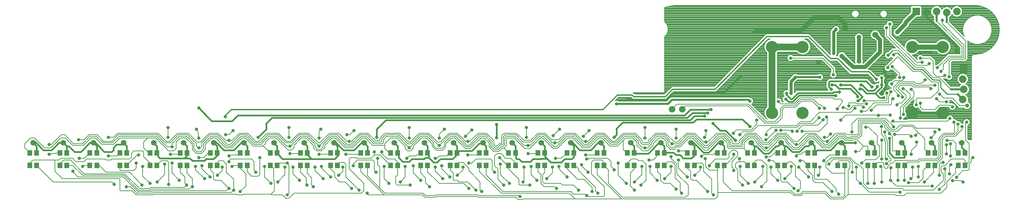
<source format=gbl>
G75*
G70*
%OFA0B0*%
%FSLAX24Y24*%
%IPPOS*%
%LPD*%
%AMOC8*
5,1,8,0,0,1.08239X$1,22.5*
%
%ADD10C,0.1200*%
%ADD11R,0.0740X0.0740*%
%ADD12C,0.0740*%
%ADD13R,0.0472X0.0551*%
%ADD14C,0.0560*%
%ADD15C,0.0475*%
%ADD16C,0.0360*%
%ADD17C,0.0160*%
%ADD18C,0.0200*%
%ADD19C,0.0320*%
%ADD20C,0.0510*%
%ADD21C,0.0450*%
%ADD22C,0.0650*%
%ADD23C,0.0300*%
%ADD24C,0.0080*%
%ADD25C,0.0660*%
%ADD26C,0.0500*%
%ADD27C,0.0396*%
%ADD28C,0.0400*%
%ADD29C,0.0436*%
%ADD30C,0.0100*%
%ADD31C,0.0140*%
%ADD32C,0.0591*%
D10*
X074265Y011046D03*
X077265Y011046D03*
X088065Y011046D03*
X091065Y011046D03*
X091065Y017546D03*
X088065Y017546D03*
X077265Y017546D03*
X074265Y017546D03*
D11*
X088445Y021046D03*
X093135Y015366D03*
D12*
X093035Y014366D03*
X093135Y013366D03*
X093035Y012366D03*
X091445Y020946D03*
X090445Y021046D03*
X089445Y020946D03*
X092445Y021046D03*
D13*
X092575Y007106D03*
X093245Y007106D03*
X090285Y007106D03*
X089615Y007106D03*
X087325Y007106D03*
X086655Y007106D03*
X084365Y007106D03*
X083695Y007106D03*
X081405Y007106D03*
X080735Y007106D03*
X078445Y007106D03*
X077775Y007106D03*
X075485Y007106D03*
X074815Y007106D03*
X072525Y007106D03*
X071855Y007106D03*
X069565Y007106D03*
X068895Y007106D03*
X066605Y007106D03*
X065935Y007106D03*
X063645Y007106D03*
X062975Y007106D03*
X060685Y007106D03*
X060015Y007106D03*
X057725Y007106D03*
X057055Y007106D03*
X054765Y007106D03*
X054095Y007106D03*
X051885Y007106D03*
X051215Y007106D03*
X049005Y007106D03*
X048335Y007106D03*
X046125Y007106D03*
X045455Y007106D03*
X043245Y007106D03*
X042575Y007106D03*
X040365Y007106D03*
X039695Y007106D03*
X037405Y007106D03*
X036735Y007106D03*
X034445Y007106D03*
X033775Y007106D03*
X031485Y007106D03*
X030815Y007106D03*
X028525Y007106D03*
X027855Y007106D03*
X025565Y007106D03*
X024895Y007106D03*
X022605Y007106D03*
X021935Y007106D03*
X019645Y007106D03*
X018975Y007106D03*
X016685Y007106D03*
X016015Y007106D03*
X013725Y007106D03*
X013055Y007106D03*
X010765Y007106D03*
X010095Y007106D03*
X007805Y007106D03*
X007135Y007106D03*
X004845Y007106D03*
X004175Y007106D03*
X001885Y007106D03*
X001215Y007106D03*
X001215Y005866D03*
X001885Y005866D03*
X004175Y005866D03*
X004845Y005866D03*
X007135Y005866D03*
X007805Y005866D03*
X010095Y005866D03*
X010765Y005866D03*
X013055Y005866D03*
X013725Y005866D03*
X016015Y005866D03*
X016685Y005866D03*
X018975Y005866D03*
X019645Y005866D03*
X021935Y005866D03*
X022605Y005866D03*
X024895Y005866D03*
X025565Y005866D03*
X027855Y005866D03*
X028525Y005866D03*
X030815Y005866D03*
X031485Y005866D03*
X033775Y005866D03*
X034445Y005866D03*
X036735Y005866D03*
X037405Y005866D03*
X039695Y005866D03*
X040365Y005866D03*
X042575Y005866D03*
X043245Y005866D03*
X045455Y005866D03*
X046125Y005866D03*
X048335Y005866D03*
X049005Y005866D03*
X051215Y005866D03*
X051885Y005866D03*
X054095Y005866D03*
X054765Y005866D03*
X057055Y005866D03*
X057725Y005866D03*
X060015Y005866D03*
X060685Y005866D03*
X062975Y005866D03*
X063645Y005866D03*
X065935Y005866D03*
X066605Y005866D03*
X068895Y005866D03*
X069565Y005866D03*
X071855Y005866D03*
X072525Y005866D03*
X074815Y005866D03*
X075485Y005866D03*
X077775Y005866D03*
X078445Y005866D03*
X080735Y005866D03*
X081405Y005866D03*
X083695Y005866D03*
X084365Y005866D03*
X086655Y005866D03*
X087325Y005866D03*
X089615Y005866D03*
X090285Y005866D03*
X092575Y005866D03*
X093245Y005866D03*
D14*
X092925Y008086D03*
X089965Y008086D03*
X087005Y008086D03*
X084045Y008086D03*
X081085Y008086D03*
X078125Y008086D03*
X075165Y008086D03*
X072205Y008086D03*
X069245Y008086D03*
X066285Y008086D03*
X063325Y008086D03*
X060365Y008086D03*
X057405Y008086D03*
X054445Y008086D03*
X051565Y008086D03*
X048685Y008086D03*
X045805Y008086D03*
X042925Y008086D03*
X040045Y008086D03*
X037085Y008086D03*
X034125Y008086D03*
X031165Y008086D03*
X028205Y008086D03*
X025245Y008086D03*
X022285Y008086D03*
X019325Y008086D03*
X016365Y008086D03*
X013405Y008086D03*
X010445Y008086D03*
X007485Y008086D03*
X004525Y008086D03*
X001565Y008086D03*
D15*
X078805Y016046D03*
X081125Y016646D03*
X082805Y016146D03*
X082805Y018486D03*
X085045Y012966D03*
D16*
X086165Y014686D03*
X085285Y015126D03*
D17*
X085445Y014966D01*
X085445Y014686D01*
X086165Y014686D01*
X085445Y014686D02*
X085405Y014646D01*
X085405Y013326D01*
X085045Y012966D01*
X084845Y012526D02*
X084405Y012966D01*
X085045Y013606D01*
X085045Y013806D01*
X085045Y014486D01*
X084085Y013606D02*
X083525Y014166D01*
X079965Y014166D01*
X079845Y014046D01*
X079845Y013606D01*
X080085Y013366D01*
X080325Y013086D02*
X080245Y013006D01*
X076805Y013006D01*
X076205Y012406D01*
X076125Y012406D01*
X075685Y012846D01*
X075685Y012966D01*
X076285Y012126D02*
X076925Y012766D01*
X080485Y012766D01*
X080525Y012726D01*
X080325Y013086D02*
X080885Y013086D01*
X080845Y013446D02*
X080485Y013806D01*
X080165Y013806D01*
X081005Y013806D02*
X082005Y013806D01*
X083165Y012646D01*
X082725Y012206D01*
X082725Y012246D01*
X082685Y012646D02*
X082685Y012726D01*
X081965Y013446D01*
X080845Y013446D01*
X082925Y013406D02*
X083125Y013406D01*
X083565Y012966D01*
X084405Y012966D01*
X084245Y013246D02*
X083685Y013246D01*
X083125Y013806D01*
X083005Y013806D01*
X084245Y013246D02*
X084605Y013606D01*
X084605Y013646D01*
X084845Y012526D02*
X085245Y012526D01*
X076285Y012126D02*
X075885Y012126D01*
X075605Y012406D01*
X068245Y011366D02*
X066205Y011366D01*
X065645Y010806D01*
X021685Y010806D01*
X021125Y010246D01*
X019125Y010246D01*
X017845Y011526D01*
X024485Y010006D02*
X024485Y009446D01*
X023685Y008646D01*
X022605Y007766D02*
X022285Y008086D01*
X022005Y008086D01*
X021285Y007366D01*
X020325Y007366D01*
X019605Y008086D01*
X019325Y008086D01*
X019645Y007766D01*
X019645Y007106D01*
X019645Y006846D01*
X019285Y006486D01*
X018565Y006486D01*
X018405Y006326D01*
X017205Y006326D01*
X016965Y006566D01*
X016405Y006566D01*
X016685Y006846D01*
X016685Y007106D01*
X016685Y007766D01*
X016365Y008086D01*
X013725Y007766D02*
X013405Y008086D01*
X013725Y007766D02*
X013725Y007106D01*
X013845Y006986D01*
X013845Y006726D01*
X014005Y006566D01*
X016405Y006566D01*
X010765Y007106D02*
X010765Y007766D01*
X010445Y008086D01*
X010285Y007926D01*
X009765Y007926D01*
X009445Y007606D01*
X009445Y007366D01*
X009285Y007206D01*
X008565Y007206D01*
X007685Y008086D01*
X007485Y008086D01*
X007805Y007766D01*
X007805Y007106D01*
X007125Y008086D02*
X006245Y007206D01*
X005605Y007206D01*
X005045Y007766D01*
X004845Y007766D01*
X004525Y008086D01*
X004085Y008086D01*
X003365Y007366D01*
X002565Y007366D01*
X001845Y008086D01*
X001565Y008086D01*
X001885Y007766D01*
X001885Y007106D01*
X004845Y007106D02*
X004845Y007766D01*
X007125Y008086D02*
X007485Y008086D01*
X022605Y007766D02*
X022605Y007106D01*
X025565Y007106D02*
X025605Y006986D01*
X026005Y006566D01*
X026085Y006486D01*
X028965Y006486D01*
X031205Y006486D01*
X031485Y006766D01*
X031485Y007106D01*
X031485Y007766D01*
X031165Y008086D01*
X031365Y008086D01*
X032085Y007366D01*
X033125Y007366D01*
X033845Y008086D01*
X034125Y008086D01*
X034445Y007766D01*
X034445Y007106D01*
X037405Y007106D02*
X037525Y006986D01*
X037525Y006646D01*
X037925Y006246D01*
X038565Y006246D01*
X038805Y006486D01*
X040005Y006486D01*
X040165Y006646D01*
X040485Y006646D01*
X040965Y006166D01*
X041285Y006166D01*
X041605Y006486D01*
X042805Y006486D01*
X043245Y006926D01*
X043245Y007106D01*
X043385Y007286D01*
X044725Y007286D01*
X045465Y008026D01*
X045745Y008026D01*
X045805Y008086D01*
X046125Y007766D01*
X046125Y007106D01*
X049005Y007106D02*
X049045Y007066D01*
X049045Y006566D01*
X049125Y006486D01*
X049365Y006486D01*
X049605Y006246D01*
X050485Y006246D01*
X050725Y006486D01*
X051525Y006486D01*
X051565Y006526D01*
X052125Y006526D01*
X051925Y006726D01*
X051925Y007066D01*
X051885Y007106D01*
X051885Y007766D01*
X051565Y008086D01*
X054445Y008086D02*
X054765Y007766D01*
X054765Y007106D01*
X054765Y006686D01*
X054565Y006486D01*
X053845Y006486D01*
X053525Y006166D01*
X052485Y006166D01*
X052125Y006526D01*
X049005Y007106D02*
X049005Y007766D01*
X048685Y008086D01*
X047165Y008606D02*
X047165Y009886D01*
X043245Y007766D02*
X042925Y008086D01*
X043245Y007766D02*
X043245Y007106D01*
X040485Y006986D02*
X040485Y006646D01*
X040485Y006986D02*
X040365Y007106D01*
X040365Y007766D01*
X040045Y008086D01*
X037405Y007766D02*
X037085Y008086D01*
X037405Y007766D02*
X037405Y007106D01*
X035365Y008646D02*
X035365Y009446D01*
X036245Y010326D01*
X066205Y010326D01*
X066605Y010726D01*
X067605Y010726D01*
X066805Y010406D02*
X066485Y010086D01*
X059565Y010086D01*
X058965Y009486D01*
X058965Y008886D01*
X058725Y008646D01*
X057725Y007766D02*
X057405Y008086D01*
X057125Y008086D01*
X056405Y007366D01*
X055365Y007366D01*
X054645Y008086D01*
X054445Y008086D01*
X057725Y007766D02*
X057725Y007106D01*
X060365Y008086D02*
X060685Y007766D01*
X060685Y007106D01*
X060745Y007046D01*
X062085Y007046D01*
X063125Y008086D01*
X063325Y008086D01*
X063645Y007766D01*
X063645Y007106D01*
X063785Y007126D01*
X064565Y007126D01*
X064805Y006886D01*
X065205Y006886D01*
X065525Y006566D01*
X066325Y006566D01*
X066605Y006846D01*
X066605Y007106D01*
X066605Y007766D01*
X066285Y008086D01*
X066565Y008086D01*
X067525Y007126D01*
X068005Y007126D01*
X068965Y008086D01*
X069245Y008086D01*
X069565Y007766D01*
X069565Y007106D01*
X072205Y008086D02*
X072525Y007766D01*
X072725Y007766D01*
X073445Y007046D01*
X073925Y007046D01*
X074645Y007766D01*
X074845Y007766D01*
X075165Y008086D01*
X075485Y007766D01*
X075685Y007766D01*
X076245Y007206D01*
X076965Y007206D01*
X077525Y007766D01*
X077805Y007766D01*
X078125Y008086D01*
X078445Y007766D01*
X078445Y007106D01*
X078445Y007086D01*
X078725Y007366D01*
X080005Y007366D01*
X080725Y008086D01*
X081085Y008086D01*
X081405Y007766D01*
X081405Y007106D01*
X084365Y007106D02*
X084365Y007766D01*
X084045Y008086D01*
X082445Y008086D02*
X081085Y008086D01*
X085805Y008526D02*
X085805Y007086D01*
X086245Y006646D01*
X087285Y006646D01*
X087285Y007066D01*
X087325Y007106D01*
X087325Y007766D01*
X087005Y008086D01*
X089965Y008086D02*
X090285Y007766D01*
X090285Y007106D01*
X092925Y007646D02*
X093245Y007326D01*
X093245Y007106D01*
X092925Y007646D02*
X092925Y008086D01*
X075485Y007766D02*
X075485Y007106D01*
X072525Y007106D02*
X072525Y007766D01*
X070645Y008326D02*
X069685Y009286D01*
X069165Y009286D01*
X068445Y010006D01*
X066805Y010406D02*
X071365Y010406D01*
X072085Y009686D01*
X067925Y011046D02*
X066405Y011046D01*
X065925Y010566D01*
X025045Y010566D01*
X024485Y010006D01*
X025245Y008086D02*
X025565Y007766D01*
X025565Y007106D01*
X028205Y008086D02*
X028525Y007766D01*
X028525Y007106D01*
X028565Y006906D01*
X028965Y006486D01*
X088445Y021046D02*
X088505Y021046D01*
D18*
X089445Y020946D02*
X089445Y020546D01*
X092405Y017606D01*
X092405Y017086D01*
X089925Y016966D02*
X088845Y016966D01*
X078965Y014566D02*
X076565Y014566D01*
X071125Y014606D02*
X069485Y012966D01*
X064485Y012966D01*
X063845Y012326D01*
X060005Y012326D01*
X058965Y011926D02*
X064005Y011926D01*
X064405Y012326D01*
X071925Y012326D01*
X072085Y012206D01*
X091845Y013366D02*
X093135Y013366D01*
X092515Y012886D02*
X093035Y012366D01*
X091445Y020006D02*
X091445Y020946D01*
X090445Y021046D02*
X090445Y020086D01*
D19*
X091005Y020166D03*
X085845Y019806D03*
X085525Y019446D03*
X080565Y019286D03*
X072565Y019046D03*
X080325Y016886D03*
X076085Y016446D03*
X080285Y014806D03*
X078965Y014566D03*
X076565Y014566D03*
X080165Y013806D03*
X081005Y013806D03*
X080085Y013366D03*
X080885Y013086D03*
X080525Y012726D03*
X082685Y012646D03*
X082725Y012246D03*
X083325Y012246D03*
X083565Y011926D03*
X083245Y011606D03*
X084005Y011286D03*
X083045Y011206D03*
X082405Y011486D03*
X081805Y011726D03*
X081245Y011566D03*
X080685Y011446D03*
X079405Y011486D03*
X078925Y011486D03*
X078885Y010566D03*
X079285Y010366D03*
X079605Y010646D03*
X081005Y010326D03*
X083485Y009646D03*
X082125Y009166D03*
X080005Y008966D03*
X079405Y008646D03*
X079685Y008246D03*
X082445Y008086D03*
X082485Y007246D03*
X085045Y006486D03*
X085525Y006486D03*
X085525Y006046D03*
X085965Y005646D03*
X084965Y005766D03*
X083085Y006086D03*
X082565Y005686D03*
X082165Y005206D03*
X079845Y006006D03*
X078965Y005686D03*
X076885Y005686D03*
X076165Y005766D03*
X074165Y005686D03*
X073365Y005766D03*
X071125Y005766D03*
X070485Y005366D03*
X068085Y005846D03*
X067205Y005686D03*
X064325Y005766D03*
X062245Y005766D03*
X061445Y005766D03*
X059125Y006086D03*
X058725Y005446D03*
X056165Y005206D03*
X054085Y004726D03*
X052085Y004566D03*
X051125Y004406D03*
X049765Y004246D03*
X048405Y004086D03*
X047845Y003926D03*
X045685Y003286D03*
X045125Y003446D03*
X044405Y003606D03*
X041845Y004566D03*
X042565Y004726D03*
X043285Y004886D03*
X039685Y004406D03*
X040565Y003766D03*
X038645Y003926D03*
X037685Y004246D03*
X036565Y004086D03*
X033605Y003446D03*
X032885Y003606D03*
X034405Y003126D03*
X029125Y003766D03*
X028485Y003926D03*
X027765Y004406D03*
X025605Y004246D03*
X024965Y004086D03*
X021925Y003286D03*
X021285Y003446D03*
X020805Y003606D03*
X017205Y003766D03*
X016645Y003926D03*
X015925Y004406D03*
X014885Y004006D03*
X013765Y004246D03*
X013045Y004086D03*
X012245Y003926D03*
X010725Y003766D03*
X009525Y004006D03*
X005445Y005286D03*
X006405Y005766D03*
X006085Y006566D03*
X008965Y006806D03*
X011685Y006086D03*
X012325Y005766D03*
X014485Y006006D03*
X015205Y006086D03*
X017525Y005766D03*
X018165Y005846D03*
X020165Y005686D03*
X021125Y005766D03*
X020805Y006246D03*
X020805Y006806D03*
X017845Y006646D03*
X015045Y006966D03*
X015205Y007686D03*
X017845Y007606D03*
X020805Y008326D03*
X020485Y008886D03*
X021205Y009286D03*
X023685Y008646D03*
X026725Y008646D03*
X029685Y008566D03*
X029685Y007766D03*
X026805Y007766D03*
X026805Y007046D03*
X029685Y006966D03*
X032325Y006966D03*
X035125Y007206D03*
X035845Y007206D03*
X035445Y006566D03*
X038325Y006566D03*
X038965Y005846D03*
X038165Y005766D03*
X036085Y005766D03*
X035285Y005206D03*
X033045Y005846D03*
X032005Y005686D03*
X029925Y005766D03*
X029285Y005686D03*
X027125Y005686D03*
X026325Y005686D03*
X026565Y006086D03*
X024325Y005766D03*
X023445Y005206D03*
X019685Y004886D03*
X018965Y004726D03*
X018405Y004566D03*
X026565Y002966D03*
X030085Y004566D03*
X030805Y004726D03*
X031605Y004886D03*
X023845Y006646D03*
X017845Y008566D03*
X014805Y008646D03*
X017605Y009446D03*
X014805Y009606D03*
X008965Y008646D03*
X006005Y008406D03*
X003125Y007926D03*
X003125Y006966D03*
X011925Y006886D03*
X026725Y009606D03*
X029845Y009446D03*
X032405Y008886D03*
X033125Y009286D03*
X035365Y008646D03*
X032645Y008246D03*
X038565Y008566D03*
X041525Y008566D03*
X041525Y007846D03*
X038565Y007606D03*
X041125Y006566D03*
X041765Y005846D03*
X041125Y005686D03*
X043845Y005686D03*
X044405Y006086D03*
X044325Y006886D03*
X047445Y006646D03*
X050245Y007046D03*
X050245Y007846D03*
X052885Y008086D03*
X052725Y008806D03*
X053365Y009446D03*
X055685Y008726D03*
X055925Y008246D03*
X058725Y008646D03*
X056245Y009286D03*
X061765Y009606D03*
X064805Y009446D03*
X067605Y008646D03*
X067765Y009286D03*
X070445Y009046D03*
X071085Y008886D03*
X073685Y008886D03*
X074645Y009326D03*
X075125Y009326D03*
X076245Y009246D03*
X076725Y009246D03*
X077205Y009246D03*
X073645Y008406D03*
X073685Y007606D03*
X076645Y007926D03*
X076645Y006806D03*
X077005Y006326D03*
X073965Y006366D03*
X073685Y006686D03*
X071045Y006526D03*
X070485Y006966D03*
X067685Y006526D03*
X067325Y006766D03*
X065045Y006406D03*
X064325Y006726D03*
X062165Y006406D03*
X065045Y007286D03*
X064405Y008006D03*
X064805Y008566D03*
X067765Y008166D03*
X070645Y008326D03*
X072085Y009686D03*
X072765Y010326D03*
X068445Y010006D03*
X067605Y010726D03*
X067925Y011046D03*
X068245Y011366D03*
X072085Y012206D03*
X074885Y012166D03*
X075605Y012406D03*
X075685Y012966D03*
X076125Y012966D03*
X082925Y013406D03*
X084085Y013606D03*
X084605Y013646D03*
X085045Y013806D03*
X086005Y013886D03*
X087165Y013446D03*
X087965Y013366D03*
X089885Y013446D03*
X090285Y013766D03*
X090765Y012886D03*
X090445Y012426D03*
X091405Y012146D03*
X092005Y011646D03*
X088845Y012006D03*
X088445Y011846D03*
X086565Y011846D03*
X086165Y012446D03*
X086685Y012726D03*
X087085Y012606D03*
X085565Y013006D03*
X085965Y013126D03*
X085245Y012526D03*
X083005Y013806D03*
X084525Y014366D03*
X085045Y014486D03*
X086805Y014526D03*
X087205Y014526D03*
X089325Y014286D03*
X091245Y014726D03*
X091685Y014606D03*
X090885Y015126D03*
X090525Y015486D03*
X089725Y015909D03*
X089005Y016046D03*
X088845Y016446D03*
X088845Y016966D03*
X089925Y016966D03*
X086205Y016766D03*
X085685Y016726D03*
X086085Y015606D03*
X085645Y015486D03*
X071125Y014606D03*
X060005Y012326D03*
X058965Y011926D03*
X050085Y009606D03*
X047165Y009886D03*
X044725Y009366D03*
X042005Y009446D03*
X044085Y008726D03*
X044325Y008246D03*
X047165Y008606D03*
X050085Y008646D03*
X055925Y006886D03*
X056005Y006486D03*
X055525Y005926D03*
X053285Y005766D03*
X052645Y005686D03*
X050565Y005766D03*
X049845Y005686D03*
X047525Y006006D03*
X046965Y005206D03*
X050405Y003926D03*
X053045Y003606D03*
X055205Y003446D03*
X056565Y003286D03*
X057125Y003126D03*
X056005Y002886D03*
X060725Y003446D03*
X061365Y003926D03*
X060725Y004246D03*
X059925Y004086D03*
X062965Y004406D03*
X063685Y004566D03*
X065925Y004726D03*
X066645Y004886D03*
X071365Y003926D03*
X071925Y004086D03*
X072565Y004246D03*
X073205Y003766D03*
X074805Y004406D03*
X075525Y004566D03*
X077845Y004726D03*
X078805Y004886D03*
X082965Y004086D03*
X083685Y004086D03*
X084325Y004086D03*
X085045Y004246D03*
X085925Y004406D03*
X086645Y004406D03*
X087285Y004406D03*
X087685Y004166D03*
X087925Y004566D03*
X088645Y004726D03*
X089245Y004246D03*
X090005Y003846D03*
X090725Y003486D03*
X086845Y003246D03*
X092005Y004366D03*
X093045Y004246D03*
X092405Y004686D03*
X091725Y005046D03*
X090725Y004886D03*
X091245Y005526D03*
X091845Y005926D03*
X091085Y006166D03*
X094005Y006646D03*
X091805Y006806D03*
X091405Y007006D03*
X087965Y006966D03*
X091405Y007886D03*
X091805Y008006D03*
X091485Y008326D03*
X089925Y008606D03*
X088385Y008826D03*
X087965Y008746D03*
X086325Y008926D03*
X085805Y009006D03*
X085365Y009166D03*
X085005Y009686D03*
X086215Y009676D03*
X086165Y010246D03*
X086885Y010546D03*
X087185Y010886D03*
X085885Y010846D03*
X084715Y010806D03*
X090715Y009406D03*
X090285Y009166D03*
X092965Y009686D03*
X092565Y009926D03*
X092165Y010126D03*
X091765Y010486D03*
X093405Y010126D03*
X085805Y008526D03*
X085045Y008366D03*
X088485Y008166D03*
X079365Y006326D03*
X088085Y005686D03*
X088645Y005766D03*
X080165Y003286D03*
X080805Y003046D03*
X076805Y003366D03*
X076405Y003606D03*
X068485Y002966D03*
X067925Y003286D03*
X065365Y003126D03*
X064805Y003526D03*
X052965Y006566D03*
X061765Y007606D03*
X061765Y008566D03*
X038565Y009606D03*
X020443Y010660D03*
X017845Y011526D03*
X049445Y002806D03*
D20*
X092405Y017086D03*
D21*
X081445Y019406D02*
X081445Y019806D01*
X080885Y020366D01*
X078325Y020366D01*
X077005Y019046D01*
X072565Y019046D01*
D22*
X081445Y019406D03*
X065405Y011406D03*
X064405Y011406D03*
D23*
X076125Y012966D02*
X076125Y014126D01*
X076565Y014566D01*
X080325Y016886D02*
X080325Y019046D01*
X080565Y019286D01*
X088065Y011046D02*
X091065Y011046D01*
D24*
X011685Y002966D02*
X011285Y003366D01*
X010165Y003366D01*
X010085Y003446D01*
X010085Y004486D01*
X010005Y004566D01*
X004405Y004566D01*
X003685Y005286D01*
X003685Y006406D01*
X004085Y006406D01*
X004245Y006566D01*
X005445Y006566D01*
X005765Y006246D01*
X006565Y006246D01*
X006805Y006486D01*
X008645Y006486D01*
X008725Y006406D01*
X009205Y006406D01*
X009285Y006486D01*
X011045Y006486D01*
X011205Y006646D01*
X011205Y007046D01*
X011445Y007286D01*
X012325Y007286D01*
X012405Y007206D01*
X012405Y006726D01*
X013045Y006086D01*
X013055Y005866D01*
X013705Y005866D02*
X013725Y005866D01*
X013705Y005866D02*
X014165Y006326D01*
X014725Y006326D01*
X014885Y006166D01*
X014885Y004006D01*
X014485Y004966D02*
X013765Y004246D01*
X013045Y004086D02*
X012325Y004806D01*
X012325Y005766D01*
X011685Y005606D02*
X011685Y006086D01*
X011785Y006886D02*
X010765Y005866D01*
X010095Y005866D02*
X010085Y005766D01*
X010085Y005446D01*
X010165Y005366D01*
X011445Y005366D01*
X011685Y005606D01*
X011045Y005206D02*
X008725Y005206D01*
X008065Y005866D01*
X007805Y005866D01*
X007135Y005866D02*
X006505Y005866D01*
X006405Y005766D01*
X006405Y004886D02*
X005425Y005866D01*
X004845Y005866D01*
X004565Y006406D02*
X004175Y006016D01*
X004175Y005866D01*
X004565Y006406D02*
X005205Y006406D01*
X006565Y005046D01*
X010565Y005046D01*
X012005Y003606D01*
X013045Y003606D01*
X013125Y003686D01*
X016405Y003686D01*
X016645Y003926D01*
X016485Y004086D01*
X016485Y004726D01*
X016015Y005196D01*
X016015Y005866D01*
X016685Y005866D02*
X016685Y005086D01*
X017205Y004566D01*
X017205Y003846D01*
X016885Y003526D01*
X013205Y003526D01*
X013125Y003446D01*
X011925Y003446D01*
X010485Y004886D01*
X006405Y004886D01*
X005925Y004726D02*
X005445Y005286D01*
X005925Y004726D02*
X010405Y004726D01*
X011845Y003286D01*
X013205Y003286D01*
X013285Y003366D01*
X020565Y003366D01*
X020805Y003606D01*
X020005Y004406D01*
X019445Y004406D01*
X019285Y004566D01*
X019285Y005126D01*
X018975Y005436D01*
X018975Y005866D01*
X019645Y005866D02*
X019645Y006126D01*
X019845Y006326D01*
X020245Y006326D01*
X020565Y006006D01*
X020565Y005206D01*
X021285Y004486D01*
X021285Y003446D01*
X021045Y003206D01*
X013365Y003206D01*
X013285Y003126D01*
X011765Y003126D01*
X011125Y003766D01*
X010725Y003766D01*
X011045Y005206D02*
X012245Y003926D01*
X013365Y002966D02*
X013445Y003046D01*
X021525Y003046D01*
X021605Y002966D01*
X022165Y002966D01*
X022245Y003046D01*
X024965Y003046D01*
X025045Y002966D01*
X026085Y002966D01*
X026405Y002646D01*
X026725Y002646D01*
X027205Y003126D01*
X033845Y003126D01*
X034085Y003366D01*
X034085Y004086D01*
X032645Y005526D01*
X032645Y006486D01*
X032805Y006646D01*
X033285Y006646D01*
X033365Y006566D01*
X034805Y006566D01*
X035125Y006886D01*
X035125Y007206D01*
X035125Y006886D02*
X035685Y006886D01*
X036655Y005916D01*
X036735Y005866D01*
X036085Y005766D02*
X036085Y004566D01*
X036565Y004086D01*
X037205Y004086D02*
X037205Y004726D01*
X037405Y004926D01*
X037405Y005866D01*
X037405Y006206D01*
X037125Y006486D01*
X036405Y006486D01*
X035845Y007046D01*
X035845Y007206D01*
X036165Y007526D02*
X036585Y007106D01*
X036735Y007106D01*
X038165Y007526D02*
X038405Y007286D01*
X038725Y007286D01*
X038965Y007526D01*
X038965Y007766D01*
X039765Y008566D01*
X040245Y008566D01*
X040805Y008006D01*
X040805Y007766D01*
X041205Y007366D01*
X041845Y007366D01*
X042165Y007686D01*
X042165Y008006D01*
X042725Y008566D01*
X043045Y008566D01*
X044085Y007526D01*
X044565Y007526D01*
X045605Y008566D01*
X045925Y008566D01*
X046405Y008086D01*
X046405Y007686D01*
X046845Y007246D01*
X047365Y007246D01*
X047685Y007566D01*
X047875Y007566D01*
X048125Y007816D01*
X048125Y008486D01*
X048205Y008566D01*
X048885Y008566D01*
X049925Y007526D01*
X050405Y007526D01*
X051445Y008566D01*
X051685Y008566D01*
X052725Y007526D01*
X053125Y007526D01*
X054165Y008566D01*
X054645Y008566D01*
X055605Y007606D01*
X056245Y007606D01*
X057205Y008566D01*
X057525Y008566D01*
X058325Y007766D01*
X059045Y007766D01*
X059605Y008326D01*
X059845Y008566D01*
X060565Y008566D01*
X060965Y008166D01*
X060965Y007846D01*
X061525Y007286D01*
X062005Y007286D01*
X062565Y007846D01*
X062565Y008006D01*
X063125Y008566D01*
X063525Y008566D01*
X063845Y008246D01*
X063845Y007846D01*
X064245Y007446D01*
X064645Y007446D01*
X064885Y007686D01*
X065205Y007686D01*
X066085Y008566D01*
X066405Y008566D01*
X067605Y007366D01*
X067925Y007366D01*
X069125Y008566D01*
X069365Y008566D01*
X069845Y008086D01*
X069845Y007686D01*
X070005Y007526D01*
X071525Y007526D01*
X071525Y008086D01*
X072005Y008566D01*
X072405Y008566D01*
X072725Y008246D01*
X072725Y008086D01*
X073525Y007286D01*
X073845Y007286D01*
X074725Y008166D01*
X074725Y008246D01*
X075045Y008566D01*
X075365Y008566D01*
X075605Y008326D01*
X075605Y008166D01*
X076325Y007446D01*
X076885Y007446D01*
X078005Y008566D01*
X078285Y008566D01*
X079245Y007606D01*
X079925Y007606D01*
X080885Y008566D01*
X081205Y008566D01*
X081445Y008326D01*
X082165Y008326D01*
X082245Y008406D01*
X082605Y008406D01*
X083245Y007766D01*
X082845Y007246D01*
X082485Y007246D01*
X083685Y007126D02*
X083685Y007766D01*
X083245Y007766D01*
X084605Y007966D02*
X084845Y007726D01*
X084845Y006846D01*
X084445Y006446D01*
X083445Y006446D01*
X083085Y006086D01*
X082725Y006006D02*
X082565Y006006D01*
X081925Y006646D01*
X080085Y006646D01*
X079565Y006126D01*
X079565Y005686D01*
X080165Y005086D01*
X081365Y005086D01*
X081405Y005046D01*
X081405Y002926D01*
X081205Y002726D01*
X080085Y002726D01*
X079525Y003286D01*
X077285Y003286D01*
X077045Y003046D01*
X076485Y003046D01*
X076165Y003366D01*
X070325Y003366D01*
X069445Y004246D01*
X069445Y005666D01*
X069565Y005866D01*
X069565Y006046D01*
X069805Y006046D01*
X070485Y006726D01*
X070485Y006966D01*
X070325Y007366D02*
X070005Y007046D01*
X070005Y006646D01*
X069845Y006486D01*
X068685Y006486D01*
X068085Y005886D01*
X068085Y005846D01*
X067725Y005766D02*
X068083Y005407D01*
X068899Y005407D01*
X068895Y005866D01*
X067725Y005766D02*
X067725Y006486D01*
X067685Y006526D01*
X067525Y006926D02*
X067325Y006766D01*
X067525Y006926D02*
X068485Y006926D01*
X068725Y007166D01*
X068805Y007166D01*
X068755Y007086D01*
X068895Y007106D01*
X070325Y007366D02*
X070645Y007366D01*
X070885Y007126D01*
X070885Y006806D01*
X070325Y006246D01*
X070325Y005686D01*
X070485Y005526D01*
X070485Y005366D01*
X070645Y005686D02*
X070885Y005446D01*
X070885Y004406D01*
X071365Y003926D01*
X071925Y004086D02*
X071125Y004886D01*
X071125Y005766D01*
X070645Y005686D02*
X070645Y006006D01*
X070885Y006246D01*
X071005Y006246D01*
X071045Y006286D01*
X071045Y006526D01*
X071005Y006246D02*
X071525Y006246D01*
X071855Y005916D01*
X071855Y005866D01*
X072525Y005866D02*
X072525Y006206D01*
X072725Y006406D01*
X073205Y006406D01*
X073605Y006006D01*
X073685Y006006D01*
X073765Y005926D01*
X073765Y004326D01*
X073205Y003766D01*
X072565Y004246D02*
X073365Y005046D01*
X073365Y005766D01*
X074165Y005686D02*
X074165Y005046D01*
X074805Y004406D01*
X075125Y004406D02*
X075125Y005046D01*
X074815Y005356D01*
X074815Y005866D01*
X074315Y006366D01*
X073965Y006366D01*
X074085Y006686D02*
X073685Y006686D01*
X074085Y006686D02*
X074505Y007106D01*
X074815Y007106D01*
X073845Y007606D02*
X073685Y007606D01*
X073445Y007606D01*
X072885Y008166D01*
X072885Y008326D01*
X072485Y008726D01*
X071925Y008726D01*
X071365Y008166D01*
X071365Y007766D01*
X071285Y007686D01*
X070085Y007686D01*
X070005Y007766D01*
X070005Y008166D01*
X069445Y008726D01*
X069045Y008726D01*
X067925Y007606D01*
X067605Y007606D01*
X066485Y008726D01*
X066005Y008726D01*
X065125Y007846D01*
X064805Y007846D01*
X064565Y007606D01*
X064325Y007606D01*
X064005Y007926D01*
X064005Y008326D01*
X063605Y008726D01*
X062965Y008726D01*
X062405Y008166D01*
X062405Y008006D01*
X062005Y007606D01*
X061765Y007606D01*
X061525Y007606D01*
X061125Y008006D01*
X061125Y008246D01*
X060645Y008726D01*
X059765Y008726D01*
X058965Y007926D01*
X058405Y007926D01*
X057605Y008726D01*
X057125Y008726D01*
X056165Y007766D01*
X055685Y007766D01*
X054725Y008726D01*
X054085Y008726D01*
X053045Y007686D01*
X052805Y007686D01*
X051765Y008726D01*
X051365Y008726D01*
X050485Y007846D01*
X050245Y007846D01*
X049845Y007846D01*
X048965Y008726D01*
X048125Y008726D01*
X047965Y008566D01*
X047965Y007886D01*
X047805Y007726D01*
X047605Y007726D01*
X047285Y007406D01*
X046925Y007406D01*
X046565Y007766D01*
X046565Y008166D01*
X046005Y008726D01*
X045525Y008726D01*
X044485Y007686D01*
X044165Y007686D01*
X043125Y008726D01*
X042645Y008726D01*
X042005Y008086D01*
X042005Y007766D01*
X041765Y007526D01*
X041285Y007526D01*
X040965Y007846D01*
X040965Y008086D01*
X040325Y008726D01*
X039685Y008726D01*
X038565Y007606D01*
X037445Y008726D01*
X036325Y008726D01*
X036005Y008406D01*
X036005Y008086D01*
X035925Y008006D01*
X035045Y008006D01*
X034325Y008726D01*
X033845Y008726D01*
X032885Y007766D01*
X032325Y007766D01*
X031365Y008726D01*
X030885Y008726D01*
X030085Y007926D01*
X030085Y007686D01*
X029845Y007446D01*
X029525Y007446D01*
X029285Y007686D01*
X029285Y007926D01*
X028485Y008726D01*
X027845Y008726D01*
X026885Y007766D01*
X026805Y007766D01*
X026485Y007766D01*
X025525Y008726D01*
X024725Y008726D01*
X024165Y008166D01*
X024165Y008086D01*
X024005Y007926D01*
X023285Y007926D01*
X022485Y008726D01*
X022005Y008726D01*
X021045Y007766D01*
X020565Y007766D01*
X019605Y008726D01*
X019045Y008726D01*
X018325Y008006D01*
X018325Y007526D01*
X018005Y007206D01*
X017685Y007206D01*
X017365Y007526D01*
X017365Y008006D01*
X016645Y008726D01*
X015925Y008726D01*
X015205Y008006D01*
X015205Y007686D01*
X014725Y007686D01*
X013685Y008726D01*
X010005Y008726D01*
X009365Y008086D01*
X008405Y008086D01*
X007765Y008726D01*
X007125Y008726D01*
X006405Y008006D01*
X005525Y008006D01*
X004645Y008886D01*
X004325Y008886D01*
X003365Y007926D01*
X003125Y007926D01*
X003285Y007606D02*
X002645Y007606D01*
X001685Y008566D01*
X001285Y008566D01*
X000725Y008006D01*
X000725Y007606D01*
X001215Y007116D01*
X001215Y007106D01*
X003125Y006966D02*
X004155Y007126D01*
X004175Y007106D01*
X003285Y007606D02*
X004245Y008566D01*
X004725Y008566D01*
X005445Y007846D01*
X006485Y007846D01*
X007205Y008566D01*
X007685Y008566D01*
X008325Y007926D01*
X009445Y007926D01*
X010085Y008566D01*
X012805Y008566D01*
X012405Y008166D01*
X012405Y007606D01*
X012905Y007106D01*
X013055Y007106D01*
X011925Y006886D02*
X011785Y006886D01*
X010095Y007106D02*
X009795Y006806D01*
X008965Y006806D01*
X007135Y007106D02*
X006595Y006566D01*
X006085Y006566D01*
X003685Y006406D02*
X001525Y006406D01*
X001215Y006096D01*
X001215Y005866D01*
X001885Y005866D02*
X003505Y004246D01*
X009285Y004246D01*
X009525Y004006D01*
X011685Y002966D02*
X013365Y002966D01*
X017205Y003766D02*
X017205Y003846D01*
X015925Y004406D02*
X015205Y005126D01*
X015205Y006086D01*
X014485Y006006D02*
X014485Y004966D01*
X017525Y005446D02*
X017525Y005766D01*
X017525Y005446D02*
X018405Y004566D01*
X018965Y004726D02*
X018165Y005526D01*
X018165Y005846D01*
X020165Y005686D02*
X020165Y005366D01*
X019685Y004886D01*
X021925Y005606D02*
X022485Y005046D01*
X022485Y003846D01*
X021925Y003286D01*
X024325Y004726D02*
X024965Y004086D01*
X025285Y004326D02*
X025205Y004406D01*
X025205Y005556D01*
X024895Y005866D01*
X024325Y005766D02*
X024325Y004726D01*
X023845Y004966D02*
X023685Y004806D01*
X023045Y004806D01*
X022605Y005246D01*
X022605Y005866D01*
X021935Y005866D02*
X021925Y005606D01*
X021225Y005866D02*
X021125Y005766D01*
X021225Y005866D02*
X021935Y005866D01*
X020805Y006246D02*
X020805Y006326D01*
X020965Y006486D01*
X023045Y006486D01*
X023285Y006246D01*
X023285Y005366D01*
X023445Y005206D01*
X023845Y004966D02*
X023845Y006646D01*
X024825Y007106D02*
X024895Y007106D01*
X024235Y007766D01*
X024165Y007766D01*
X024405Y008006D01*
X024405Y008166D01*
X024805Y008566D01*
X025445Y008566D01*
X026645Y007366D01*
X026965Y007366D01*
X027205Y007606D01*
X027205Y007846D01*
X027925Y008566D01*
X028405Y008566D01*
X029125Y007846D01*
X029125Y007606D01*
X029445Y007286D01*
X029925Y007286D01*
X030245Y007606D01*
X030245Y007846D01*
X030965Y008566D01*
X031285Y008566D01*
X032245Y007606D01*
X032965Y007606D01*
X033925Y008566D01*
X034245Y008566D01*
X034965Y007846D01*
X036165Y007846D01*
X036165Y007526D01*
X036165Y007846D02*
X036165Y008006D01*
X036725Y008566D01*
X037365Y008566D01*
X038165Y007766D01*
X038165Y007526D01*
X038405Y008006D02*
X037525Y008886D01*
X036245Y008886D01*
X035845Y008486D01*
X035845Y008246D01*
X035765Y008166D01*
X035125Y008166D01*
X034405Y008886D01*
X033765Y008886D01*
X032805Y007926D01*
X032405Y007926D01*
X031445Y008886D01*
X030805Y008886D01*
X029685Y007766D01*
X029605Y007766D01*
X029605Y007846D01*
X028565Y008886D01*
X027765Y008886D01*
X026965Y008086D01*
X026405Y008086D01*
X025605Y008886D01*
X024645Y008886D01*
X024005Y008246D01*
X024005Y008166D01*
X023925Y008086D01*
X023365Y008086D01*
X022565Y008886D01*
X021925Y008886D01*
X020965Y007926D01*
X020645Y007926D01*
X019685Y008886D01*
X018965Y008886D01*
X018165Y008086D01*
X018165Y007766D01*
X018005Y007606D01*
X017845Y007606D01*
X017765Y007606D01*
X017605Y007766D01*
X017605Y008006D01*
X016725Y008886D01*
X015845Y008886D01*
X015045Y008086D01*
X014565Y008086D01*
X013765Y008886D01*
X009925Y008886D01*
X009285Y008246D01*
X008485Y008246D01*
X007845Y008886D01*
X007045Y008886D01*
X006565Y008406D01*
X006005Y008406D01*
X008965Y008646D02*
X009445Y008646D01*
X009845Y009046D01*
X013845Y009046D01*
X014645Y008246D01*
X014965Y008246D01*
X015765Y009046D01*
X016805Y009046D01*
X017685Y008166D01*
X018005Y008166D01*
X018885Y009046D01*
X019765Y009046D01*
X020485Y008326D01*
X020805Y008326D01*
X021125Y008326D01*
X021845Y009046D01*
X022645Y009046D01*
X023445Y008246D01*
X023765Y008246D01*
X024565Y009046D01*
X025685Y009046D01*
X026485Y008246D01*
X026885Y008246D01*
X027685Y009046D01*
X028645Y009046D01*
X029605Y008086D01*
X029765Y008086D01*
X030725Y009046D01*
X031605Y009046D01*
X032405Y008246D01*
X032645Y008246D01*
X032885Y008246D01*
X033685Y009046D01*
X034485Y009046D01*
X035205Y008326D01*
X035605Y008326D01*
X035685Y008406D01*
X035685Y008566D01*
X036165Y009046D01*
X037605Y009046D01*
X038485Y008166D01*
X038645Y008166D01*
X039525Y009046D01*
X040485Y009046D01*
X041365Y008166D01*
X041605Y008166D01*
X042485Y009046D01*
X043285Y009046D01*
X044085Y008246D01*
X044325Y008246D01*
X044485Y008246D01*
X045365Y009046D01*
X046165Y009046D01*
X046885Y008326D01*
X046885Y007926D01*
X047085Y007726D01*
X047125Y007726D01*
X047445Y008046D01*
X047645Y008046D01*
X047645Y008806D01*
X047925Y009046D01*
X049125Y009046D01*
X049845Y008326D01*
X050485Y008326D01*
X051205Y009046D01*
X051925Y009046D01*
X052565Y008406D01*
X053285Y008406D01*
X053925Y009046D01*
X054885Y009046D01*
X055685Y008246D01*
X055925Y008246D01*
X056165Y008246D01*
X056965Y009046D01*
X057765Y009046D01*
X058565Y008246D01*
X058805Y008246D01*
X059605Y009046D01*
X060805Y009046D01*
X061445Y008406D01*
X061445Y008246D01*
X061605Y008086D01*
X062005Y008086D01*
X062085Y008166D01*
X062085Y008326D01*
X062805Y009046D01*
X063765Y009046D01*
X064645Y008166D01*
X064965Y008166D01*
X065845Y009046D01*
X066645Y009046D01*
X067525Y008166D01*
X067765Y008166D01*
X067925Y008166D01*
X068805Y009046D01*
X069605Y009046D01*
X070325Y008326D01*
X070325Y008086D01*
X070405Y008006D01*
X070965Y008006D01*
X071045Y008086D01*
X071045Y008326D01*
X071765Y009046D01*
X072645Y009046D01*
X073205Y008486D01*
X073205Y008326D01*
X073445Y008086D01*
X073845Y008086D01*
X074805Y009046D01*
X075605Y009046D01*
X076405Y008246D01*
X076805Y008246D01*
X077605Y009046D01*
X078525Y009046D01*
X079325Y008246D01*
X079685Y008246D01*
X079725Y008246D01*
X080525Y009046D01*
X081445Y009046D01*
X081605Y008886D01*
X082645Y008886D01*
X082765Y009006D01*
X082765Y010326D01*
X085295Y010326D01*
X085685Y009936D01*
X085685Y009766D01*
X086045Y009386D01*
X086425Y009386D01*
X086845Y009846D01*
X088165Y009846D01*
X088455Y009546D01*
X088465Y009536D01*
X090585Y009536D01*
X090715Y009406D01*
X090285Y009166D02*
X090285Y008966D01*
X089925Y008606D01*
X089285Y008486D02*
X088665Y009106D01*
X088385Y008826D01*
X088665Y009106D02*
X088085Y009686D01*
X087085Y009686D01*
X086625Y009226D01*
X085985Y009226D01*
X085525Y009686D01*
X085525Y009856D01*
X085215Y010166D01*
X082925Y010166D01*
X082925Y008926D01*
X082725Y008726D01*
X082085Y008726D01*
X082005Y008646D01*
X081605Y008646D01*
X081365Y008886D01*
X080725Y008886D01*
X079765Y007926D01*
X079405Y007926D01*
X078445Y008886D01*
X077845Y008886D01*
X076885Y007926D01*
X076645Y007926D01*
X076485Y007926D01*
X075525Y008886D01*
X074885Y008886D01*
X073925Y007926D01*
X073365Y007926D01*
X073045Y008246D01*
X073045Y008406D01*
X072565Y008886D01*
X071845Y008886D01*
X071205Y008246D01*
X071205Y007926D01*
X071125Y007846D01*
X070245Y007846D01*
X070165Y007926D01*
X070165Y008246D01*
X069525Y008886D01*
X068965Y008886D01*
X067925Y007846D01*
X067605Y007846D01*
X066565Y008886D01*
X065925Y008886D01*
X065045Y008006D01*
X064405Y008006D01*
X064165Y008246D01*
X064165Y008406D01*
X063685Y008886D01*
X062885Y008886D01*
X062245Y008246D01*
X062245Y008086D01*
X062085Y007926D01*
X061525Y007926D01*
X061285Y008166D01*
X061285Y008326D01*
X060725Y008886D01*
X059685Y008886D01*
X058885Y008086D01*
X058485Y008086D01*
X057685Y008886D01*
X057045Y008886D01*
X056085Y007926D01*
X055765Y007926D01*
X054805Y008886D01*
X054005Y008886D01*
X053205Y008086D01*
X052885Y008086D01*
X052645Y008086D01*
X051845Y008886D01*
X051285Y008886D01*
X050565Y008166D01*
X049765Y008166D01*
X049045Y008886D01*
X048005Y008886D01*
X047805Y008686D01*
X047805Y007966D01*
X047725Y007886D01*
X047525Y007886D01*
X047205Y007566D01*
X047005Y007566D01*
X046725Y007846D01*
X046725Y008246D01*
X046085Y008886D01*
X045445Y008886D01*
X044405Y007846D01*
X044245Y007846D01*
X043205Y008886D01*
X042565Y008886D01*
X041525Y007846D01*
X041445Y007846D01*
X040405Y008886D01*
X039605Y008886D01*
X038725Y008006D01*
X038405Y008006D01*
X038565Y008566D02*
X038565Y009606D01*
X041525Y008966D02*
X041525Y008566D01*
X041525Y008966D02*
X042005Y009446D01*
X044085Y008726D02*
X044725Y009366D01*
X050085Y009606D02*
X050085Y008646D01*
X052725Y008806D02*
X053365Y009446D01*
X055685Y008726D02*
X056245Y009286D01*
X059605Y008326D02*
X059605Y007446D01*
X059945Y007106D01*
X060015Y007106D01*
X058405Y006246D02*
X058085Y006566D01*
X056325Y006566D01*
X056245Y006486D01*
X056005Y006486D01*
X056485Y006166D02*
X056725Y006406D01*
X057525Y006406D01*
X057765Y006066D01*
X057725Y005866D01*
X058165Y005426D01*
X058165Y004086D01*
X059525Y002726D01*
X065765Y002726D01*
X066005Y002966D01*
X066005Y003926D01*
X064885Y005046D01*
X064885Y006006D01*
X064325Y006566D01*
X064325Y006726D01*
X065045Y006406D02*
X065045Y005606D01*
X065925Y004726D01*
X066245Y004566D02*
X066245Y005286D01*
X065935Y005596D01*
X065935Y005866D01*
X066585Y005866D02*
X066805Y006086D01*
X067365Y006086D01*
X067525Y005926D01*
X067525Y005286D01*
X068325Y004486D01*
X068325Y003126D01*
X068485Y002966D01*
X068645Y002566D02*
X068915Y002836D01*
X068915Y003206D01*
X076085Y003206D01*
X076405Y002886D01*
X077125Y002886D01*
X077365Y003126D01*
X079445Y003126D01*
X080005Y002566D01*
X081285Y002566D01*
X081765Y003046D01*
X081765Y005446D01*
X081925Y005606D01*
X081925Y006166D01*
X081765Y006326D01*
X080885Y006326D01*
X080735Y006176D01*
X080735Y005866D01*
X081405Y005866D02*
X081405Y005046D01*
X082165Y005206D02*
X082165Y006166D01*
X081845Y006486D01*
X080325Y006486D01*
X079845Y006006D01*
X078965Y005686D02*
X078965Y005046D01*
X078805Y004886D01*
X078405Y004566D02*
X078405Y005206D01*
X078445Y005246D01*
X078445Y005866D01*
X077775Y005866D02*
X077285Y006356D01*
X077005Y006326D01*
X076565Y005846D02*
X076165Y006246D01*
X075925Y006246D01*
X075545Y005866D01*
X075485Y005866D01*
X076165Y005766D02*
X076165Y005206D01*
X075525Y004566D01*
X075285Y004246D02*
X075125Y004406D01*
X075285Y004246D02*
X075765Y004246D01*
X076405Y003606D01*
X076805Y003366D02*
X077045Y003606D01*
X077045Y004326D01*
X076565Y004806D01*
X076565Y005846D01*
X076885Y005686D02*
X077845Y004726D01*
X078245Y004886D02*
X077775Y005356D01*
X077775Y005866D01*
X079365Y006326D02*
X079925Y006886D01*
X080515Y006886D01*
X080735Y007106D01*
X079845Y007766D02*
X079325Y007766D01*
X078365Y008726D01*
X077925Y008726D01*
X076805Y007606D01*
X076405Y007606D01*
X075765Y008246D01*
X075765Y008406D01*
X075445Y008726D01*
X074965Y008726D01*
X073845Y007606D01*
X071855Y007116D02*
X071855Y007106D01*
X071855Y007116D02*
X071525Y007526D01*
X073645Y008406D02*
X073725Y008406D01*
X074645Y009326D01*
X075125Y009326D02*
X076165Y009326D01*
X076245Y009246D01*
X076725Y009246D02*
X077165Y009726D01*
X077285Y009846D01*
X078765Y009846D01*
X079285Y010366D01*
X079605Y010606D02*
X079605Y010646D01*
X079605Y010606D02*
X079685Y010526D01*
X079685Y010006D01*
X078925Y009246D01*
X077205Y009246D01*
X077285Y009246D01*
X076765Y009646D02*
X074205Y009646D01*
X073685Y009126D01*
X073685Y008886D01*
X072885Y009806D02*
X072285Y009206D01*
X071405Y009206D01*
X071085Y008886D01*
X070725Y009366D02*
X070445Y009046D01*
X070725Y009366D02*
X072205Y009366D01*
X072765Y009926D01*
X072765Y010326D01*
X073432Y010730D02*
X073551Y010730D01*
X073519Y010809D02*
X073353Y010809D01*
X073275Y010887D02*
X073486Y010887D01*
X073485Y010890D02*
X073604Y010604D01*
X073782Y010426D01*
X073736Y010426D01*
X072254Y011908D01*
X072278Y011917D01*
X072373Y012013D01*
X072425Y012138D01*
X072425Y012273D01*
X072373Y012398D01*
X072278Y012494D01*
X072153Y012546D01*
X072101Y012546D01*
X072084Y012563D01*
X072065Y012571D01*
X072048Y012583D01*
X072014Y012592D01*
X071981Y012606D01*
X071960Y012606D01*
X071941Y012611D01*
X071905Y012606D01*
X064461Y012606D01*
X064349Y012606D01*
X064246Y012563D01*
X063889Y012206D01*
X059166Y012206D01*
X059158Y012214D01*
X059033Y012266D01*
X058897Y012266D01*
X058831Y012238D01*
X059149Y012556D01*
X060381Y012556D01*
X060503Y012434D01*
X060595Y012396D01*
X060695Y012396D01*
X063815Y012396D01*
X063907Y012434D01*
X063977Y012504D01*
X064589Y013116D01*
X068596Y013116D01*
X068597Y013115D01*
X068647Y013116D01*
X068695Y013116D01*
X068696Y013116D01*
X068697Y013116D01*
X068742Y013135D01*
X068787Y013154D01*
X068787Y013154D01*
X068788Y013155D01*
X068824Y013191D01*
X068857Y013224D01*
X068857Y013225D01*
X073870Y018316D01*
X074086Y018316D01*
X073823Y018207D01*
X073604Y017987D01*
X073485Y017701D01*
X073485Y017390D01*
X073604Y017104D01*
X073755Y016953D01*
X073755Y011639D01*
X073604Y011487D01*
X073485Y011201D01*
X073485Y010890D01*
X073485Y010966D02*
X073196Y010966D01*
X073118Y011044D02*
X073485Y011044D01*
X073485Y011123D02*
X073039Y011123D01*
X072960Y011201D02*
X073485Y011201D01*
X073518Y011280D02*
X072882Y011280D01*
X072803Y011358D02*
X073550Y011358D01*
X073583Y011437D02*
X072725Y011437D01*
X072646Y011515D02*
X073632Y011515D01*
X073710Y011594D02*
X072568Y011594D01*
X072489Y011673D02*
X073755Y011673D01*
X073755Y011751D02*
X072411Y011751D01*
X072332Y011830D02*
X073755Y011830D01*
X073755Y011908D02*
X072255Y011908D01*
X072347Y011987D02*
X073755Y011987D01*
X073755Y012065D02*
X072395Y012065D01*
X072425Y012144D02*
X073755Y012144D01*
X073755Y012222D02*
X072425Y012222D01*
X072414Y012301D02*
X073755Y012301D01*
X073755Y012379D02*
X072381Y012379D01*
X072313Y012458D02*
X073755Y012458D01*
X073755Y012537D02*
X072175Y012537D01*
X073755Y012615D02*
X064088Y012615D01*
X064009Y012537D02*
X064220Y012537D01*
X064141Y012458D02*
X063931Y012458D01*
X063977Y012504D02*
X063977Y012504D01*
X064063Y012379D02*
X058972Y012379D01*
X058894Y012301D02*
X063984Y012301D01*
X063906Y012222D02*
X059137Y012222D01*
X059051Y012458D02*
X060479Y012458D01*
X060401Y012537D02*
X059129Y012537D01*
X060559Y013046D02*
X063685Y013046D01*
X063685Y018570D01*
X063883Y018769D01*
X064025Y019111D01*
X064025Y019481D01*
X063883Y019822D01*
X063685Y020021D01*
X063685Y021435D01*
X064032Y021548D01*
X064699Y021643D01*
X065019Y021646D01*
X065040Y021646D01*
X065091Y021644D01*
X065096Y021646D01*
X094112Y021646D01*
X094114Y021645D01*
X094167Y021646D01*
X094171Y021646D01*
X094426Y021636D01*
X094927Y021537D01*
X095397Y021335D01*
X095814Y021039D01*
X096159Y020661D01*
X096417Y020220D01*
X096576Y019734D01*
X096630Y019226D01*
X096576Y018717D01*
X096417Y018231D01*
X096159Y017790D01*
X095814Y017413D01*
X095397Y017116D01*
X094927Y016914D01*
X094426Y016815D01*
X094171Y016806D01*
X094168Y016806D01*
X094114Y016807D01*
X094112Y016806D01*
X094109Y016806D01*
X094062Y016786D01*
X094010Y016766D01*
X094009Y016764D01*
X094006Y016763D01*
X093970Y016727D01*
X093930Y016688D01*
X093929Y016686D01*
X093928Y016684D01*
X093908Y016636D01*
X093886Y016586D01*
X093886Y016584D01*
X093885Y016581D01*
X093885Y016528D01*
X093884Y016475D01*
X093885Y016472D01*
X093885Y008406D01*
X093556Y008406D01*
X093505Y008457D01*
X093505Y009799D01*
X093598Y009837D01*
X093693Y009933D01*
X093745Y010058D01*
X093745Y010193D01*
X093693Y010318D01*
X093598Y010414D01*
X093473Y010466D01*
X093337Y010466D01*
X093212Y010414D01*
X093117Y010318D01*
X093065Y010193D01*
X093065Y010097D01*
X093065Y010012D01*
X093033Y010026D01*
X092897Y010026D01*
X092892Y010024D01*
X092853Y010118D01*
X092758Y010214D01*
X092633Y010266D01*
X092497Y010266D01*
X092478Y010258D01*
X092453Y010318D01*
X092358Y010414D01*
X092233Y010466D01*
X092105Y010466D01*
X092105Y010553D01*
X092053Y010678D01*
X091958Y010774D01*
X091833Y010826D01*
X091697Y010826D01*
X091572Y010774D01*
X091477Y010678D01*
X091425Y010553D01*
X091425Y010466D01*
X087776Y010466D01*
X087594Y010466D01*
X087514Y010386D01*
X087187Y010386D01*
X087225Y010478D01*
X087225Y010546D01*
X087253Y010546D01*
X087378Y010597D01*
X087473Y010693D01*
X087525Y010818D01*
X087525Y010953D01*
X087473Y011078D01*
X087405Y011146D01*
X087405Y011516D01*
X088225Y012352D01*
X088225Y012106D01*
X088157Y012038D01*
X088105Y011913D01*
X088105Y011778D01*
X088157Y011653D01*
X088252Y011557D01*
X088377Y011506D01*
X088513Y011506D01*
X088625Y011552D01*
X088625Y011515D01*
X088536Y011515D01*
X088625Y011515D02*
X088754Y011386D01*
X088994Y011146D01*
X089176Y011146D01*
X090376Y011146D01*
X090505Y011275D01*
X090816Y011586D01*
X091665Y011586D01*
X091665Y011578D01*
X091717Y011453D01*
X091812Y011357D01*
X091937Y011306D01*
X092073Y011306D01*
X092198Y011357D01*
X092293Y011453D01*
X092345Y011578D01*
X092345Y011713D01*
X092293Y011838D01*
X092198Y011934D01*
X092073Y011986D01*
X091976Y011986D01*
X091936Y012026D01*
X091754Y012026D01*
X091723Y012026D01*
X091745Y012078D01*
X091745Y012213D01*
X091723Y012266D01*
X091914Y012266D01*
X092505Y011675D01*
X092634Y011546D01*
X093130Y011546D01*
X093231Y011445D01*
X093370Y011388D01*
X093520Y011388D01*
X093659Y011445D01*
X093766Y011551D01*
X093823Y011690D01*
X093823Y011841D01*
X093766Y011980D01*
X093659Y012086D01*
X093536Y012137D01*
X093585Y012256D01*
X093585Y012475D01*
X093501Y012677D01*
X093347Y012832D01*
X093315Y012845D01*
X093447Y012899D01*
X093601Y013054D01*
X093685Y013256D01*
X093685Y013475D01*
X093601Y013677D01*
X093447Y013832D01*
X093315Y013886D01*
X093347Y013899D01*
X093501Y014054D01*
X093585Y014256D01*
X093585Y014475D01*
X093501Y014677D01*
X093347Y014832D01*
X093144Y014916D01*
X092926Y014916D01*
X092723Y014832D01*
X092569Y014677D01*
X092485Y014475D01*
X092485Y014256D01*
X092569Y014054D01*
X092723Y013899D01*
X092855Y013845D01*
X092823Y013832D01*
X092669Y013677D01*
X092656Y013646D01*
X091876Y013646D01*
X091107Y014415D01*
X091177Y014386D01*
X091313Y014386D01*
X091394Y014419D01*
X091397Y014413D01*
X091492Y014317D01*
X091617Y014266D01*
X091753Y014266D01*
X091878Y014317D01*
X091973Y014413D01*
X092025Y014538D01*
X092025Y014673D01*
X091973Y014798D01*
X091905Y014866D01*
X091905Y015995D01*
X092016Y016106D01*
X093114Y016106D01*
X093296Y016106D01*
X093376Y016186D01*
X093505Y016315D01*
X093505Y018075D01*
X093505Y018163D01*
X093587Y018081D01*
X093913Y017893D01*
X094277Y017796D01*
X094653Y017796D01*
X095017Y017893D01*
X095343Y018081D01*
X095609Y018348D01*
X095798Y018674D01*
X095895Y019037D01*
X095895Y019414D01*
X095798Y019778D01*
X095609Y020104D01*
X095343Y020370D01*
X095017Y020558D01*
X094653Y020656D01*
X094277Y020656D01*
X093913Y020558D01*
X093587Y020370D01*
X093321Y020104D01*
X093132Y019778D01*
X093035Y019414D01*
X093035Y019037D01*
X093132Y018674D01*
X093193Y018569D01*
X091725Y020037D01*
X091725Y020466D01*
X091757Y020479D01*
X091911Y020634D01*
X091966Y020766D01*
X091979Y020734D01*
X092133Y020579D01*
X092336Y020496D01*
X092554Y020496D01*
X092757Y020579D01*
X092911Y020734D01*
X092995Y020936D01*
X092995Y021155D01*
X092911Y021357D01*
X092757Y021512D01*
X092554Y021596D01*
X092336Y021596D01*
X092133Y021512D01*
X091979Y021357D01*
X091924Y021226D01*
X091911Y021257D01*
X091757Y021412D01*
X091554Y021496D01*
X091336Y021496D01*
X091133Y021412D01*
X090979Y021257D01*
X090966Y021226D01*
X090911Y021357D01*
X090757Y021512D01*
X090554Y021596D01*
X090336Y021596D01*
X090133Y021512D01*
X089979Y021357D01*
X089895Y021155D01*
X089895Y020936D01*
X089979Y020734D01*
X090133Y020579D01*
X090165Y020566D01*
X090165Y020030D01*
X090208Y019927D01*
X090286Y019848D01*
X090389Y019806D01*
X090414Y019806D01*
X092745Y017475D01*
X092745Y016866D01*
X091594Y016866D01*
X091465Y016737D01*
X090554Y015826D01*
X090457Y015826D01*
X090345Y015779D01*
X090345Y016035D01*
X090345Y016217D01*
X089896Y016666D01*
X089714Y016666D01*
X089106Y016666D01*
X089038Y016734D01*
X088913Y016786D01*
X088777Y016786D01*
X088652Y016734D01*
X088557Y016638D01*
X088505Y016513D01*
X088505Y016378D01*
X088536Y016304D01*
X088066Y016766D01*
X088220Y016766D01*
X088507Y016884D01*
X088726Y017104D01*
X088731Y017116D01*
X090399Y017116D01*
X090404Y017104D01*
X090623Y016884D01*
X090910Y016766D01*
X091220Y016766D01*
X091507Y016884D01*
X091726Y017104D01*
X091845Y017390D01*
X091845Y017701D01*
X091726Y017987D01*
X091507Y018207D01*
X091220Y018326D01*
X090910Y018326D01*
X090623Y018207D01*
X090404Y017987D01*
X090399Y017976D01*
X088731Y017976D01*
X088726Y017987D01*
X088507Y018207D01*
X088220Y018326D01*
X087910Y018326D01*
X087623Y018207D01*
X087404Y017987D01*
X087285Y017701D01*
X087285Y017533D01*
X086398Y018404D01*
X086065Y018737D01*
X086065Y019545D01*
X086133Y019613D01*
X086185Y019738D01*
X086185Y019873D01*
X086133Y019998D01*
X087042Y019998D01*
X087033Y019971D02*
X086403Y019341D01*
X086360Y019323D01*
X086248Y019211D01*
X086187Y019065D01*
X086187Y018906D01*
X086248Y018760D01*
X086360Y018648D01*
X086506Y018588D01*
X086664Y018588D01*
X086810Y018648D01*
X086922Y018760D01*
X086940Y018803D01*
X087590Y019453D01*
X087603Y019460D01*
X087643Y019506D01*
X087687Y019550D01*
X087692Y019563D01*
X087702Y019574D01*
X087721Y019633D01*
X087745Y019690D01*
X087745Y019704D01*
X087777Y019799D01*
X088487Y020496D01*
X088890Y020496D01*
X088995Y020601D01*
X088995Y021490D01*
X088890Y021596D01*
X088000Y021596D01*
X087895Y021490D01*
X087895Y020980D01*
X087222Y020319D01*
X087207Y020312D01*
X087168Y020266D01*
X087125Y020224D01*
X087119Y020209D01*
X087108Y020198D01*
X087089Y020140D01*
X087066Y020085D01*
X087066Y020069D01*
X087033Y019971D01*
X086982Y019920D02*
X086166Y019920D01*
X086185Y019841D02*
X086903Y019841D01*
X086825Y019763D02*
X086185Y019763D01*
X086163Y019684D02*
X086746Y019684D01*
X086667Y019605D02*
X086126Y019605D01*
X086065Y019527D02*
X086589Y019527D01*
X086510Y019448D02*
X086065Y019448D01*
X086065Y019370D02*
X086432Y019370D01*
X086328Y019291D02*
X086065Y019291D01*
X086065Y019213D02*
X086250Y019213D01*
X086216Y019134D02*
X086065Y019134D01*
X086065Y019056D02*
X086187Y019056D01*
X086187Y018977D02*
X086065Y018977D01*
X086065Y018899D02*
X086191Y018899D01*
X086223Y018820D02*
X086065Y018820D01*
X086065Y018741D02*
X086267Y018741D01*
X086345Y018663D02*
X086139Y018663D01*
X086217Y018584D02*
X091635Y018584D01*
X091714Y018506D02*
X086296Y018506D01*
X086374Y018427D02*
X091792Y018427D01*
X091871Y018349D02*
X086454Y018349D01*
X086534Y018270D02*
X087776Y018270D01*
X087608Y018192D02*
X086614Y018192D01*
X086694Y018113D02*
X087529Y018113D01*
X087451Y018035D02*
X086774Y018035D01*
X086854Y017956D02*
X087391Y017956D01*
X087358Y017877D02*
X086934Y017877D01*
X087014Y017799D02*
X087326Y017799D01*
X087293Y017720D02*
X087094Y017720D01*
X087174Y017642D02*
X087285Y017642D01*
X087285Y017563D02*
X087254Y017563D01*
X086434Y017426D02*
X086270Y017426D01*
X086260Y017436D01*
X086070Y017436D01*
X085700Y017066D01*
X085617Y017066D01*
X085492Y017014D01*
X085397Y016918D01*
X085345Y016793D01*
X085345Y016658D01*
X085397Y016533D01*
X085492Y016437D01*
X085617Y016386D01*
X085753Y016386D01*
X085878Y016437D01*
X085965Y016525D01*
X086012Y016477D01*
X086137Y016426D01*
X086154Y016426D01*
X085554Y015826D01*
X085537Y015809D01*
X085452Y015774D01*
X085357Y015678D01*
X085305Y015553D01*
X085305Y015418D01*
X085357Y015293D01*
X085452Y015197D01*
X085577Y015146D01*
X085713Y015146D01*
X085838Y015197D01*
X085933Y015293D01*
X085936Y015299D01*
X086017Y015266D01*
X086114Y015266D01*
X086585Y014795D01*
X086585Y014786D01*
X086517Y014718D01*
X086465Y014593D01*
X086465Y014466D01*
X086274Y014466D01*
X086145Y014337D01*
X086034Y014226D01*
X085937Y014226D01*
X085812Y014174D01*
X085717Y014078D01*
X085665Y013953D01*
X085665Y013818D01*
X085717Y013693D01*
X085812Y013597D01*
X085937Y013546D01*
X085985Y013546D01*
X085985Y013475D01*
X085985Y013466D01*
X085897Y013466D01*
X085772Y013414D01*
X085683Y013325D01*
X085633Y013346D01*
X085497Y013346D01*
X085372Y013294D01*
X085277Y013198D01*
X085225Y013073D01*
X085225Y012938D01*
X085255Y012866D01*
X085177Y012866D01*
X085052Y012814D01*
X085024Y012786D01*
X084953Y012786D01*
X084773Y012966D01*
X085192Y013385D01*
X085192Y013385D01*
X085265Y013458D01*
X085305Y013554D01*
X085305Y013585D01*
X085333Y013613D01*
X085385Y013738D01*
X085385Y013873D01*
X085333Y013998D01*
X085305Y014026D01*
X085305Y014265D01*
X085333Y014293D01*
X085385Y014418D01*
X085385Y014553D01*
X085333Y014678D01*
X085238Y014774D01*
X085113Y014826D01*
X084977Y014826D01*
X084852Y014774D01*
X084757Y014678D01*
X084738Y014633D01*
X084718Y014654D01*
X084593Y014706D01*
X084539Y014706D01*
X083947Y015298D01*
X083855Y015336D01*
X083755Y015336D01*
X083712Y015336D01*
X083727Y015350D01*
X083727Y015350D01*
X085207Y016830D01*
X085265Y016970D01*
X085265Y017121D01*
X085265Y018321D01*
X085207Y018461D01*
X085100Y018568D01*
X084880Y018788D01*
X084880Y018820D01*
X085305Y018820D01*
X085305Y018899D02*
X084848Y018899D01*
X084815Y018977D02*
X085305Y018977D01*
X085305Y019056D02*
X084747Y019056D01*
X084808Y018995D02*
X084674Y019129D01*
X084500Y019201D01*
X084310Y019201D01*
X084136Y019129D01*
X084002Y018995D01*
X083930Y018820D01*
X083061Y018820D01*
X083041Y018840D02*
X082888Y018903D01*
X082722Y018903D01*
X082569Y018840D01*
X082451Y018722D01*
X082388Y018569D01*
X082388Y018403D01*
X082425Y018312D01*
X082425Y016319D01*
X082388Y016229D01*
X082388Y016063D01*
X082436Y015946D01*
X082398Y015946D01*
X081513Y016799D01*
X081479Y016882D01*
X081361Y017000D01*
X081208Y017063D01*
X081042Y017063D01*
X080889Y017000D01*
X080771Y016882D01*
X080708Y016729D01*
X080708Y016656D01*
X080675Y016656D01*
X080576Y016656D01*
X080613Y016693D01*
X080665Y016818D01*
X080665Y016953D01*
X080655Y016977D01*
X080655Y018909D01*
X080733Y018987D01*
X080758Y018997D01*
X080853Y019093D01*
X080905Y019218D01*
X080905Y019353D01*
X080853Y019478D01*
X080758Y019574D01*
X080633Y019626D01*
X080497Y019626D01*
X080372Y019574D01*
X080277Y019478D01*
X080267Y019454D01*
X080138Y019325D01*
X080045Y019233D01*
X079995Y019111D01*
X079995Y016977D01*
X079985Y016953D01*
X079985Y016818D01*
X080013Y016752D01*
X077987Y018778D01*
X077895Y018816D01*
X077795Y018816D01*
X073814Y018816D01*
X073813Y018816D01*
X073763Y018816D01*
X073715Y018816D01*
X073714Y018815D01*
X073713Y018815D01*
X073668Y018796D01*
X073623Y018778D01*
X073623Y018777D01*
X073622Y018776D01*
X073587Y018741D01*
X063856Y018741D01*
X063905Y018820D02*
X079995Y018820D01*
X079995Y018899D02*
X063937Y018899D01*
X063970Y018977D02*
X079995Y018977D01*
X079995Y019056D02*
X064002Y019056D01*
X064025Y019134D02*
X080005Y019134D01*
X080037Y019213D02*
X064025Y019213D01*
X064025Y019291D02*
X080104Y019291D01*
X080183Y019370D02*
X064025Y019370D01*
X064025Y019448D02*
X080261Y019448D01*
X080325Y019527D02*
X064006Y019527D01*
X063973Y019605D02*
X080449Y019605D01*
X080681Y019605D02*
X085223Y019605D01*
X085237Y019638D02*
X085185Y019513D01*
X085185Y019378D01*
X085237Y019253D01*
X085305Y019185D01*
X085305Y018555D01*
X085434Y018426D01*
X086434Y017426D01*
X086375Y017485D02*
X085265Y017485D01*
X085265Y017563D02*
X086296Y017563D01*
X086218Y017642D02*
X085265Y017642D01*
X085265Y017720D02*
X086139Y017720D01*
X086061Y017799D02*
X085265Y017799D01*
X085265Y017877D02*
X085982Y017877D01*
X085904Y017956D02*
X085265Y017956D01*
X085265Y018035D02*
X085825Y018035D01*
X085746Y018113D02*
X085265Y018113D01*
X085265Y018192D02*
X085668Y018192D01*
X085589Y018270D02*
X085265Y018270D01*
X085254Y018349D02*
X085511Y018349D01*
X085432Y018427D02*
X085221Y018427D01*
X085162Y018506D02*
X085354Y018506D01*
X085305Y018584D02*
X085084Y018584D01*
X085100Y018568D02*
X085100Y018568D01*
X085005Y018663D02*
X085305Y018663D01*
X085305Y018741D02*
X084927Y018741D01*
X084880Y018820D02*
X084808Y018995D01*
X084661Y019134D02*
X085305Y019134D01*
X085277Y019213D02*
X080903Y019213D01*
X080905Y019291D02*
X085221Y019291D01*
X085188Y019370D02*
X080898Y019370D01*
X080866Y019448D02*
X085185Y019448D01*
X085191Y019527D02*
X080805Y019527D01*
X080870Y019134D02*
X084149Y019134D01*
X084063Y019056D02*
X080816Y019056D01*
X080723Y018977D02*
X083995Y018977D01*
X083962Y018899D02*
X082899Y018899D01*
X083041Y018840D02*
X083159Y018722D01*
X083222Y018569D01*
X083222Y018403D01*
X083185Y018312D01*
X083185Y016319D01*
X083222Y016229D01*
X083222Y016063D01*
X083174Y015946D01*
X083248Y015946D01*
X084505Y017203D01*
X084505Y018088D01*
X084343Y018250D01*
X084310Y018250D01*
X084136Y018323D01*
X084002Y018456D01*
X083930Y018631D01*
X083930Y018820D01*
X083930Y018741D02*
X083140Y018741D01*
X083183Y018663D02*
X083930Y018663D01*
X083949Y018584D02*
X083216Y018584D01*
X083222Y018506D02*
X083982Y018506D01*
X084031Y018427D02*
X083222Y018427D01*
X083200Y018349D02*
X084110Y018349D01*
X084263Y018270D02*
X083185Y018270D01*
X083185Y018192D02*
X084402Y018192D01*
X084480Y018113D02*
X083185Y018113D01*
X083185Y018035D02*
X084505Y018035D01*
X084505Y017956D02*
X083185Y017956D01*
X083185Y017877D02*
X084505Y017877D01*
X084505Y017799D02*
X083185Y017799D01*
X083185Y017720D02*
X084505Y017720D01*
X084505Y017642D02*
X083185Y017642D01*
X083185Y017563D02*
X084505Y017563D01*
X084505Y017485D02*
X083185Y017485D01*
X083185Y017406D02*
X084505Y017406D01*
X084505Y017328D02*
X083185Y017328D01*
X083185Y017249D02*
X084505Y017249D01*
X084473Y017171D02*
X083185Y017171D01*
X083185Y017092D02*
X084394Y017092D01*
X084316Y017014D02*
X083185Y017014D01*
X083185Y016935D02*
X084237Y016935D01*
X084158Y016856D02*
X083185Y016856D01*
X083185Y016778D02*
X084080Y016778D01*
X084001Y016699D02*
X083185Y016699D01*
X083185Y016621D02*
X083923Y016621D01*
X083844Y016542D02*
X083185Y016542D01*
X083185Y016464D02*
X083766Y016464D01*
X083687Y016385D02*
X083185Y016385D01*
X083190Y016307D02*
X083609Y016307D01*
X083530Y016228D02*
X083222Y016228D01*
X083222Y016150D02*
X083452Y016150D01*
X083373Y016071D02*
X083222Y016071D01*
X083193Y015992D02*
X083294Y015992D01*
X084055Y015678D02*
X085357Y015678D01*
X085324Y015600D02*
X083976Y015600D01*
X083898Y015521D02*
X085305Y015521D01*
X085305Y015443D02*
X083819Y015443D01*
X083741Y015364D02*
X085327Y015364D01*
X085364Y015286D02*
X083959Y015286D01*
X084037Y015207D02*
X085443Y015207D01*
X085645Y015486D02*
X085645Y015606D01*
X086605Y016566D01*
X086645Y016566D01*
X088125Y015126D01*
X088925Y015126D01*
X089965Y014086D01*
X090525Y014086D01*
X090645Y013966D01*
X090645Y013246D01*
X089885Y012486D01*
X088525Y012486D01*
X088445Y012406D01*
X088445Y011846D01*
X088135Y011987D02*
X087867Y011987D01*
X087944Y012065D02*
X088184Y012065D01*
X088225Y012144D02*
X088021Y012144D01*
X088098Y012222D02*
X088225Y012222D01*
X088225Y012301D02*
X088175Y012301D01*
X087845Y012526D02*
X087845Y012886D01*
X087245Y013446D01*
X087165Y013446D01*
X087085Y013126D02*
X087005Y013126D01*
X086685Y013446D01*
X086685Y013526D01*
X086925Y013766D01*
X088005Y013766D01*
X088165Y013606D01*
X089725Y013606D01*
X089885Y013446D01*
X090285Y013766D02*
X088285Y013766D01*
X088125Y013926D01*
X086805Y013926D01*
X086445Y013566D01*
X086445Y013406D01*
X087085Y012766D01*
X087085Y012606D01*
X087445Y012486D02*
X087445Y012766D01*
X087085Y013126D01*
X086685Y012846D02*
X086205Y013326D01*
X086205Y013566D01*
X086725Y014086D01*
X088245Y014086D01*
X088405Y013926D01*
X088965Y013926D01*
X089325Y014286D01*
X090165Y014486D02*
X089125Y015526D01*
X088365Y015526D01*
X086685Y017206D01*
X086165Y017206D01*
X086040Y017406D02*
X085265Y017406D01*
X085265Y017328D02*
X085962Y017328D01*
X085883Y017249D02*
X085265Y017249D01*
X085265Y017171D02*
X085805Y017171D01*
X085726Y017092D02*
X085265Y017092D01*
X085265Y017014D02*
X085492Y017014D01*
X085414Y016935D02*
X085250Y016935D01*
X085218Y016856D02*
X085371Y016856D01*
X085345Y016778D02*
X085155Y016778D01*
X085076Y016699D02*
X085345Y016699D01*
X085360Y016621D02*
X084998Y016621D01*
X084919Y016542D02*
X085393Y016542D01*
X085466Y016464D02*
X084840Y016464D01*
X084762Y016385D02*
X086113Y016385D01*
X086046Y016464D02*
X085904Y016464D01*
X086035Y016307D02*
X084683Y016307D01*
X084605Y016228D02*
X085956Y016228D01*
X085878Y016150D02*
X084526Y016150D01*
X084448Y016071D02*
X085799Y016071D01*
X085721Y015992D02*
X084369Y015992D01*
X084291Y015914D02*
X085642Y015914D01*
X085564Y015835D02*
X084212Y015835D01*
X084134Y015757D02*
X085435Y015757D01*
X086085Y015606D02*
X086805Y014886D01*
X086805Y014526D01*
X086492Y014657D02*
X085342Y014657D01*
X085375Y014579D02*
X086465Y014579D01*
X086465Y014500D02*
X085385Y014500D01*
X085385Y014422D02*
X086230Y014422D01*
X086151Y014343D02*
X085354Y014343D01*
X085305Y014264D02*
X086073Y014264D01*
X085842Y014186D02*
X085305Y014186D01*
X085305Y014107D02*
X085746Y014107D01*
X085696Y014029D02*
X085305Y014029D01*
X085353Y013950D02*
X085665Y013950D01*
X085665Y013872D02*
X085385Y013872D01*
X085385Y013793D02*
X085675Y013793D01*
X085708Y013715D02*
X085375Y013715D01*
X085343Y013636D02*
X085774Y013636D01*
X085909Y013558D02*
X085305Y013558D01*
X085274Y013479D02*
X085985Y013479D01*
X085759Y013401D02*
X085208Y013401D01*
X085129Y013322D02*
X085440Y013322D01*
X085322Y013243D02*
X085050Y013243D01*
X084972Y013165D02*
X085263Y013165D01*
X085230Y013086D02*
X084893Y013086D01*
X084815Y013008D02*
X085225Y013008D01*
X085229Y012929D02*
X084809Y012929D01*
X084888Y012851D02*
X085141Y012851D01*
X085565Y013006D02*
X085565Y012366D01*
X085445Y012246D01*
X083325Y012246D01*
X083565Y011926D02*
X082605Y011926D01*
X082485Y012046D01*
X081805Y012046D01*
X081805Y011726D01*
X082125Y011646D02*
X082245Y011766D01*
X083085Y011766D01*
X083245Y011606D01*
X084005Y011286D02*
X084565Y011846D01*
X085925Y011846D01*
X086005Y011926D01*
X086005Y012286D01*
X086165Y012446D01*
X085845Y012846D02*
X085725Y012726D01*
X085725Y012046D01*
X084285Y012046D01*
X083525Y011206D01*
X083045Y011206D01*
X082405Y011486D02*
X082005Y011086D01*
X078925Y011086D01*
X078005Y010166D01*
X077045Y010166D01*
X076685Y009806D01*
X072885Y009806D01*
X073565Y010046D02*
X074725Y010046D01*
X075245Y010566D01*
X075245Y011366D01*
X075485Y011606D01*
X076565Y011606D01*
X077165Y012206D01*
X078205Y012206D01*
X078925Y011486D01*
X078885Y011846D02*
X079045Y011846D01*
X079405Y011486D01*
X078885Y011846D02*
X078365Y012366D01*
X077085Y012366D01*
X076485Y011766D01*
X075405Y011766D01*
X075085Y011446D01*
X075085Y010726D01*
X074565Y010206D01*
X073645Y010206D01*
X071965Y011886D01*
X064885Y011886D01*
X064405Y011406D01*
X065405Y011406D02*
X065725Y011726D01*
X071885Y011726D01*
X073565Y010046D01*
X073667Y010494D02*
X073713Y010494D01*
X073635Y010573D02*
X073589Y010573D01*
X073584Y010651D02*
X073510Y010651D01*
X076765Y009646D02*
X077125Y010006D01*
X078325Y010006D01*
X078885Y010566D01*
X081005Y010326D02*
X081520Y010841D01*
X084677Y010841D01*
X084712Y010806D01*
X084715Y010806D01*
X084755Y010846D01*
X085885Y010846D01*
X086885Y010546D02*
X086885Y011566D01*
X087845Y012526D01*
X088205Y012646D02*
X088205Y013126D01*
X087965Y013366D01*
X086365Y014246D02*
X086005Y013886D01*
X086365Y014246D02*
X087045Y014246D01*
X087205Y014406D01*
X087205Y014526D01*
X086565Y014814D02*
X085140Y014814D01*
X085276Y014736D02*
X086534Y014736D01*
X086487Y014893D02*
X084351Y014893D01*
X084273Y014971D02*
X086408Y014971D01*
X086330Y015050D02*
X084194Y015050D01*
X084116Y015128D02*
X086251Y015128D01*
X086173Y015207D02*
X085847Y015207D01*
X085926Y015286D02*
X085969Y015286D01*
X084950Y014814D02*
X084430Y014814D01*
X084508Y014736D02*
X084814Y014736D01*
X084748Y014657D02*
X084710Y014657D01*
X084185Y014352D02*
X084185Y014298D01*
X084237Y014173D01*
X084332Y014077D01*
X084457Y014026D01*
X084593Y014026D01*
X084718Y014077D01*
X084785Y014145D01*
X084785Y014026D01*
X084757Y013998D01*
X084740Y013958D01*
X084673Y013986D01*
X084537Y013986D01*
X084412Y013934D01*
X084325Y013846D01*
X084278Y013894D01*
X084153Y013946D01*
X084113Y013946D01*
X083672Y014386D01*
X083577Y014426D01*
X083473Y014426D01*
X079913Y014426D01*
X079818Y014386D01*
X079745Y014313D01*
X079625Y014193D01*
X079585Y014097D01*
X079585Y013994D01*
X079585Y013554D01*
X079625Y013458D01*
X079698Y013385D01*
X079745Y013338D01*
X079745Y013298D01*
X079758Y013266D01*
X076857Y013266D01*
X076753Y013266D01*
X076658Y013226D01*
X076465Y013033D01*
X076465Y013033D01*
X076455Y013057D01*
X076455Y013989D01*
X076733Y014267D01*
X076758Y014277D01*
X076766Y014286D01*
X078764Y014286D01*
X078772Y014277D01*
X078897Y014226D01*
X079033Y014226D01*
X079158Y014277D01*
X079253Y014373D01*
X079305Y014498D01*
X079305Y014633D01*
X079253Y014758D01*
X079158Y014854D01*
X079033Y014906D01*
X078897Y014906D01*
X078772Y014854D01*
X078764Y014846D01*
X076766Y014846D01*
X076758Y014854D01*
X076633Y014906D01*
X076497Y014906D01*
X076372Y014854D01*
X076277Y014758D01*
X076267Y014734D01*
X075938Y014405D01*
X075845Y014313D01*
X075795Y014191D01*
X075795Y013288D01*
X075753Y013306D01*
X075617Y013306D01*
X075492Y013254D01*
X075397Y013158D01*
X075345Y013033D01*
X075345Y012898D01*
X075397Y012773D01*
X075457Y012712D01*
X075412Y012694D01*
X074775Y012694D01*
X074775Y012772D02*
X075398Y012772D01*
X075412Y012694D02*
X075317Y012598D01*
X075265Y012473D01*
X075265Y012338D01*
X075317Y012213D01*
X075384Y012146D01*
X075225Y012146D01*
X075225Y012233D01*
X075173Y012358D01*
X075078Y012454D01*
X074953Y012506D01*
X074817Y012506D01*
X074775Y012488D01*
X074775Y016953D01*
X074858Y017036D01*
X076672Y017036D01*
X076823Y016884D01*
X077110Y016766D01*
X077420Y016766D01*
X077707Y016884D01*
X077926Y017104D01*
X078045Y017390D01*
X078045Y017701D01*
X077926Y017987D01*
X077707Y018207D01*
X077444Y018316D01*
X077741Y018316D01*
X079793Y016264D01*
X079863Y016194D01*
X079955Y016156D01*
X080621Y016156D01*
X081833Y014944D01*
X081903Y014874D01*
X081995Y014836D01*
X083701Y014836D01*
X084185Y014352D01*
X084185Y014343D02*
X083715Y014343D01*
X083794Y014264D02*
X084199Y014264D01*
X084231Y014186D02*
X083872Y014186D01*
X083951Y014107D02*
X084302Y014107D01*
X084450Y014029D02*
X084029Y014029D01*
X084108Y013950D02*
X084452Y013950D01*
X084350Y013872D02*
X084300Y013872D01*
X084600Y014029D02*
X084785Y014029D01*
X084785Y014107D02*
X084748Y014107D01*
X084116Y014422D02*
X083587Y014422D01*
X083880Y014657D02*
X080591Y014657D01*
X080573Y014613D02*
X080625Y014738D01*
X080625Y014873D01*
X080573Y014998D01*
X080505Y015066D01*
X080505Y015315D01*
X080505Y015497D01*
X079465Y016537D01*
X079336Y016666D01*
X076346Y016666D01*
X076278Y016734D01*
X076153Y016786D01*
X076017Y016786D01*
X075892Y016734D01*
X075797Y016638D01*
X075745Y016513D01*
X075745Y016378D01*
X075797Y016253D01*
X075892Y016157D01*
X076017Y016106D01*
X076153Y016106D01*
X076278Y016157D01*
X076346Y016226D01*
X079154Y016226D01*
X080065Y015315D01*
X080065Y015066D01*
X079997Y014998D01*
X079945Y014873D01*
X079945Y014738D01*
X079997Y014613D01*
X080092Y014517D01*
X080217Y014466D01*
X080353Y014466D01*
X080478Y014517D01*
X080573Y014613D01*
X080539Y014579D02*
X083959Y014579D01*
X084037Y014500D02*
X080436Y014500D01*
X080624Y014736D02*
X083801Y014736D01*
X083723Y014814D02*
X080625Y014814D01*
X080617Y014893D02*
X081884Y014893D01*
X081806Y014971D02*
X080584Y014971D01*
X080522Y015050D02*
X081727Y015050D01*
X081649Y015128D02*
X080505Y015128D01*
X080505Y015207D02*
X081570Y015207D01*
X081492Y015286D02*
X080505Y015286D01*
X080505Y015364D02*
X081413Y015364D01*
X081335Y015443D02*
X080505Y015443D01*
X080481Y015521D02*
X081256Y015521D01*
X081177Y015600D02*
X080402Y015600D01*
X080324Y015678D02*
X081099Y015678D01*
X081020Y015757D02*
X080245Y015757D01*
X080166Y015835D02*
X080942Y015835D01*
X080863Y015914D02*
X080088Y015914D01*
X080009Y015992D02*
X080785Y015992D01*
X080706Y016071D02*
X079931Y016071D01*
X079852Y016150D02*
X080628Y016150D01*
X079829Y016228D02*
X079774Y016228D01*
X079751Y016307D02*
X079695Y016307D01*
X079672Y016385D02*
X079617Y016385D01*
X079593Y016464D02*
X079538Y016464D01*
X079515Y016542D02*
X079460Y016542D01*
X079436Y016621D02*
X079381Y016621D01*
X079358Y016699D02*
X076312Y016699D01*
X076171Y016778D02*
X077080Y016778D01*
X076891Y016856D02*
X074775Y016856D01*
X074775Y016778D02*
X075999Y016778D01*
X075858Y016699D02*
X074775Y016699D01*
X074775Y016621D02*
X075790Y016621D01*
X075757Y016542D02*
X074775Y016542D01*
X074775Y016464D02*
X075745Y016464D01*
X075745Y016385D02*
X074775Y016385D01*
X074775Y016307D02*
X075775Y016307D01*
X075822Y016228D02*
X074775Y016228D01*
X074775Y016150D02*
X075911Y016150D01*
X076085Y016446D02*
X079245Y016446D01*
X080285Y015406D01*
X080285Y014806D01*
X080049Y015050D02*
X074775Y015050D01*
X074775Y015128D02*
X080065Y015128D01*
X080065Y015207D02*
X074775Y015207D01*
X074775Y015286D02*
X080065Y015286D01*
X080015Y015364D02*
X074775Y015364D01*
X074775Y015443D02*
X079937Y015443D01*
X079858Y015521D02*
X074775Y015521D01*
X074775Y015600D02*
X079780Y015600D01*
X079701Y015678D02*
X074775Y015678D01*
X074775Y015757D02*
X079623Y015757D01*
X079544Y015835D02*
X074775Y015835D01*
X074775Y015914D02*
X079466Y015914D01*
X079387Y015992D02*
X074775Y015992D01*
X074775Y016071D02*
X079309Y016071D01*
X079230Y016150D02*
X076259Y016150D01*
X077450Y016778D02*
X079279Y016778D01*
X079201Y016856D02*
X077639Y016856D01*
X077757Y016935D02*
X079122Y016935D01*
X079044Y017014D02*
X077836Y017014D01*
X077914Y017092D02*
X078965Y017092D01*
X078887Y017171D02*
X077954Y017171D01*
X077986Y017249D02*
X078808Y017249D01*
X078729Y017328D02*
X078019Y017328D01*
X078045Y017406D02*
X078651Y017406D01*
X078572Y017485D02*
X078045Y017485D01*
X078045Y017563D02*
X078494Y017563D01*
X078415Y017642D02*
X078045Y017642D01*
X078037Y017720D02*
X078337Y017720D01*
X078258Y017799D02*
X078004Y017799D01*
X077972Y017877D02*
X078180Y017877D01*
X078101Y017956D02*
X077939Y017956D01*
X077879Y018035D02*
X078023Y018035D01*
X077944Y018113D02*
X077801Y018113D01*
X077866Y018192D02*
X077722Y018192D01*
X077787Y018270D02*
X077554Y018270D01*
X078101Y018663D02*
X079995Y018663D01*
X079995Y018741D02*
X078023Y018741D01*
X078180Y018584D02*
X079995Y018584D01*
X079995Y018506D02*
X078258Y018506D01*
X078337Y018427D02*
X079995Y018427D01*
X079995Y018349D02*
X078415Y018349D01*
X078494Y018270D02*
X079995Y018270D01*
X079995Y018192D02*
X078573Y018192D01*
X078651Y018113D02*
X079995Y018113D01*
X079995Y018035D02*
X078730Y018035D01*
X078808Y017956D02*
X079995Y017956D01*
X079995Y017877D02*
X078887Y017877D01*
X078965Y017799D02*
X079995Y017799D01*
X079995Y017720D02*
X079044Y017720D01*
X079122Y017642D02*
X079995Y017642D01*
X079995Y017563D02*
X079201Y017563D01*
X079279Y017485D02*
X079995Y017485D01*
X079995Y017406D02*
X079358Y017406D01*
X079436Y017328D02*
X079995Y017328D01*
X079995Y017249D02*
X079515Y017249D01*
X079594Y017171D02*
X079995Y017171D01*
X079995Y017092D02*
X079672Y017092D01*
X079751Y017014D02*
X079995Y017014D01*
X079985Y016935D02*
X079829Y016935D01*
X079908Y016856D02*
X079985Y016856D01*
X079986Y016778D02*
X080002Y016778D01*
X080616Y016699D02*
X080708Y016699D01*
X080728Y016778D02*
X080648Y016778D01*
X080665Y016856D02*
X080760Y016856D01*
X080824Y016935D02*
X080665Y016935D01*
X080655Y017014D02*
X080922Y017014D01*
X080655Y017092D02*
X082425Y017092D01*
X082425Y017014D02*
X081328Y017014D01*
X081426Y016935D02*
X082425Y016935D01*
X082425Y016856D02*
X081490Y016856D01*
X081535Y016778D02*
X082425Y016778D01*
X082425Y016699D02*
X081617Y016699D01*
X081698Y016621D02*
X082425Y016621D01*
X082425Y016542D02*
X081780Y016542D01*
X081861Y016464D02*
X082425Y016464D01*
X082425Y016385D02*
X081943Y016385D01*
X082024Y016307D02*
X082420Y016307D01*
X082388Y016228D02*
X082106Y016228D01*
X082187Y016150D02*
X082388Y016150D01*
X082388Y016071D02*
X082268Y016071D01*
X082350Y015992D02*
X082417Y015992D01*
X079986Y014971D02*
X074775Y014971D01*
X074775Y014893D02*
X076466Y014893D01*
X076333Y014814D02*
X074775Y014814D01*
X074775Y014736D02*
X076268Y014736D01*
X076190Y014657D02*
X074775Y014657D01*
X074775Y014579D02*
X076111Y014579D01*
X076033Y014500D02*
X074775Y014500D01*
X074775Y014422D02*
X075954Y014422D01*
X075876Y014343D02*
X074775Y014343D01*
X074775Y014264D02*
X075825Y014264D01*
X075795Y014186D02*
X074775Y014186D01*
X074775Y014107D02*
X075795Y014107D01*
X075795Y014029D02*
X074775Y014029D01*
X074775Y013950D02*
X075795Y013950D01*
X075795Y013872D02*
X074775Y013872D01*
X074775Y013793D02*
X075795Y013793D01*
X075795Y013715D02*
X074775Y013715D01*
X074775Y013636D02*
X075795Y013636D01*
X075795Y013558D02*
X074775Y013558D01*
X074775Y013479D02*
X075795Y013479D01*
X075795Y013401D02*
X074775Y013401D01*
X074775Y013322D02*
X075795Y013322D01*
X075482Y013243D02*
X074775Y013243D01*
X074775Y013165D02*
X075403Y013165D01*
X075367Y013086D02*
X074775Y013086D01*
X074775Y013008D02*
X075345Y013008D01*
X075345Y012929D02*
X074775Y012929D01*
X074775Y012851D02*
X075365Y012851D01*
X076455Y013086D02*
X076518Y013086D01*
X076455Y013165D02*
X076597Y013165D01*
X076700Y013243D02*
X076455Y013243D01*
X076455Y013322D02*
X079745Y013322D01*
X079682Y013401D02*
X076455Y013401D01*
X076455Y013479D02*
X079616Y013479D01*
X079585Y013558D02*
X076455Y013558D01*
X076455Y013636D02*
X079585Y013636D01*
X079585Y013715D02*
X076455Y013715D01*
X076455Y013793D02*
X079585Y013793D01*
X079585Y013872D02*
X076455Y013872D01*
X076455Y013950D02*
X079585Y013950D01*
X079585Y014029D02*
X076495Y014029D01*
X076573Y014107D02*
X079589Y014107D01*
X079622Y014186D02*
X076652Y014186D01*
X076730Y014264D02*
X078804Y014264D01*
X079126Y014264D02*
X079696Y014264D01*
X079775Y014343D02*
X079223Y014343D01*
X079273Y014422D02*
X079904Y014422D01*
X080031Y014579D02*
X079305Y014579D01*
X079295Y014657D02*
X079979Y014657D01*
X079946Y014736D02*
X079263Y014736D01*
X079197Y014814D02*
X079945Y014814D01*
X079953Y014893D02*
X079064Y014893D01*
X078866Y014893D02*
X076664Y014893D01*
X079305Y014500D02*
X080134Y014500D01*
X085845Y013006D02*
X085965Y013126D01*
X085845Y013006D02*
X085845Y012846D01*
X086685Y012846D02*
X086685Y012726D01*
X086965Y012006D02*
X087445Y012486D01*
X088205Y012646D02*
X087185Y011606D01*
X087185Y010886D01*
X087429Y011123D02*
X093885Y011123D01*
X093885Y011201D02*
X090432Y011201D01*
X090510Y011280D02*
X093885Y011280D01*
X093885Y011358D02*
X092199Y011358D01*
X092277Y011437D02*
X093251Y011437D01*
X093160Y011515D02*
X092319Y011515D01*
X092345Y011594D02*
X092586Y011594D01*
X092507Y011673D02*
X092345Y011673D01*
X092329Y011751D02*
X092428Y011751D01*
X092350Y011830D02*
X092297Y011830D01*
X092271Y011908D02*
X092223Y011908D01*
X092193Y011987D02*
X091975Y011987D01*
X092114Y012065D02*
X091740Y012065D01*
X091745Y012144D02*
X092036Y012144D01*
X091957Y012222D02*
X091741Y012222D01*
X091405Y012146D02*
X090745Y012146D01*
X090445Y012426D01*
X090765Y012886D02*
X091165Y012486D01*
X092005Y012486D01*
X092725Y011766D01*
X093445Y011766D01*
X093795Y011908D02*
X093885Y011908D01*
X093885Y011830D02*
X093823Y011830D01*
X093823Y011751D02*
X093885Y011751D01*
X093885Y011673D02*
X093816Y011673D01*
X093783Y011594D02*
X093885Y011594D01*
X093885Y011515D02*
X093730Y011515D01*
X093639Y011437D02*
X093885Y011437D01*
X093885Y011044D02*
X087487Y011044D01*
X087520Y010966D02*
X093885Y010966D01*
X093885Y010887D02*
X087525Y010887D01*
X087521Y010809D02*
X091656Y010809D01*
X091529Y010730D02*
X087489Y010730D01*
X087432Y010651D02*
X091466Y010651D01*
X091433Y010573D02*
X087319Y010573D01*
X087225Y010494D02*
X091425Y010494D01*
X091525Y010246D02*
X091765Y010486D01*
X091525Y010246D02*
X087685Y010246D01*
X087605Y010166D01*
X086245Y010166D01*
X086165Y010246D01*
X086215Y009746D02*
X085435Y010486D01*
X082645Y010486D01*
X082125Y009966D01*
X082125Y009166D01*
X081525Y008486D02*
X081285Y008726D01*
X080805Y008726D01*
X079845Y007766D01*
X081525Y008486D02*
X082085Y008486D01*
X082165Y008566D01*
X082805Y008566D01*
X083085Y008846D01*
X083085Y010006D01*
X085135Y010006D01*
X085345Y009796D01*
X085345Y009606D01*
X085805Y009146D01*
X085805Y009006D01*
X086125Y008686D01*
X086125Y008676D01*
X086115Y008686D01*
X086125Y008676D02*
X086125Y007286D01*
X086485Y007286D01*
X086655Y007106D01*
X085965Y006526D02*
X085605Y006886D01*
X085605Y008286D01*
X085485Y008406D01*
X085485Y008726D01*
X085365Y008846D01*
X085365Y009166D01*
X085005Y008926D02*
X085325Y008606D01*
X085325Y008286D01*
X085405Y008206D01*
X085405Y006606D01*
X085525Y006486D01*
X085765Y006286D02*
X085525Y006046D01*
X085245Y006086D02*
X085245Y005726D01*
X085405Y005566D01*
X085565Y005566D01*
X085645Y005646D01*
X085645Y005766D01*
X085965Y006086D01*
X086125Y006086D01*
X086405Y006366D01*
X088605Y006366D01*
X088725Y006486D01*
X090405Y006486D01*
X090685Y006766D01*
X090685Y008566D01*
X091165Y009046D01*
X092125Y009046D01*
X092205Y009126D01*
X092205Y010086D01*
X092165Y010126D01*
X092478Y010259D02*
X092481Y010259D01*
X092434Y010337D02*
X093136Y010337D01*
X093092Y010259D02*
X092649Y010259D01*
X092791Y010180D02*
X093065Y010180D01*
X093065Y010102D02*
X092860Y010102D01*
X093039Y010023D02*
X093065Y010023D01*
X093285Y010006D02*
X093405Y010126D01*
X093285Y010006D02*
X093285Y008366D01*
X093645Y008006D01*
X093645Y006266D01*
X093245Y005866D01*
X093245Y006326D01*
X093085Y006486D01*
X091885Y006486D01*
X091245Y005846D01*
X091005Y005846D01*
X090885Y005726D01*
X090885Y005246D01*
X091125Y005006D01*
X091125Y004406D01*
X090165Y003446D01*
X087205Y003446D01*
X087045Y003606D01*
X083725Y003606D01*
X083245Y004086D01*
X083245Y005486D01*
X082725Y006006D01*
X082565Y005686D02*
X082565Y004486D01*
X082965Y004086D01*
X083805Y003246D01*
X086845Y003246D01*
X086485Y002886D02*
X086365Y003006D01*
X081785Y003006D01*
X081765Y003046D01*
X080805Y003046D02*
X080565Y003366D01*
X080565Y003606D01*
X079685Y004486D01*
X078485Y004486D01*
X078405Y004566D01*
X078245Y004406D02*
X078245Y004886D01*
X078245Y004406D02*
X078485Y004166D01*
X079285Y004166D01*
X080165Y003286D01*
X083685Y004086D02*
X083685Y005856D01*
X083695Y005866D01*
X084325Y005826D02*
X084365Y005866D01*
X084665Y006166D01*
X085165Y006166D01*
X085245Y006086D01*
X085045Y006486D02*
X085045Y008366D01*
X084605Y007966D02*
X084605Y008806D01*
X083765Y009646D01*
X083485Y009646D01*
X085005Y009686D02*
X085005Y008926D01*
X086325Y008926D02*
X086365Y008886D01*
X087825Y008886D01*
X087965Y008746D01*
X089285Y008486D02*
X089285Y007446D01*
X089605Y007126D01*
X089615Y007106D01*
X088485Y007846D02*
X087965Y007326D01*
X087965Y006966D01*
X088685Y006206D02*
X088805Y006326D01*
X090485Y006326D01*
X090845Y006686D01*
X090845Y008486D01*
X091245Y008886D01*
X092205Y008886D01*
X092565Y009246D01*
X092565Y009926D01*
X092965Y009686D02*
X092965Y009406D01*
X092285Y008726D01*
X091325Y008726D01*
X091005Y008406D01*
X091005Y006586D01*
X090285Y005866D01*
X090165Y005746D01*
X090165Y005166D01*
X089245Y004246D01*
X089125Y004606D02*
X088685Y004166D01*
X087685Y004166D01*
X087285Y004406D02*
X087285Y005826D01*
X087325Y005866D01*
X087665Y006206D01*
X088685Y006206D01*
X089125Y005366D02*
X089605Y005856D01*
X089615Y005866D01*
X088645Y005766D02*
X088645Y004726D01*
X089125Y004606D02*
X089125Y005366D01*
X088085Y005686D02*
X088085Y004726D01*
X087925Y004566D01*
X086645Y004406D02*
X086645Y005856D01*
X086655Y005866D01*
X085965Y005646D02*
X085925Y005606D01*
X085925Y004406D01*
X086485Y003846D01*
X090005Y003846D01*
X090725Y003486D02*
X091285Y004046D01*
X091285Y005486D01*
X091245Y005526D01*
X091725Y005806D02*
X091845Y005926D01*
X091725Y005806D02*
X091725Y005046D01*
X092325Y005126D02*
X091445Y004246D01*
X091445Y003686D01*
X090885Y003126D01*
X087485Y003126D01*
X087245Y002886D01*
X086485Y002886D01*
X084325Y004086D02*
X084325Y005826D01*
X084965Y005766D02*
X085045Y005686D01*
X085045Y004246D01*
X090725Y004886D02*
X090725Y005966D01*
X090925Y006166D01*
X091085Y006166D01*
X092325Y005616D02*
X092575Y005866D01*
X092325Y005616D02*
X092325Y005126D01*
X092405Y004686D02*
X093005Y005366D01*
X093525Y005366D01*
X093645Y005486D01*
X093645Y006006D01*
X093845Y006206D01*
X093845Y006486D01*
X094005Y006646D01*
X092575Y007106D02*
X092365Y007316D01*
X092365Y008046D01*
X092085Y008326D01*
X091485Y008326D01*
X091805Y008006D02*
X091805Y006806D01*
X091405Y007006D02*
X091405Y007886D01*
X093509Y008452D02*
X093885Y008452D01*
X093885Y008531D02*
X093505Y008531D01*
X093505Y008609D02*
X093885Y008609D01*
X093885Y008688D02*
X093505Y008688D01*
X093505Y008766D02*
X093885Y008766D01*
X093885Y008845D02*
X093505Y008845D01*
X093505Y008924D02*
X093885Y008924D01*
X093885Y009002D02*
X093505Y009002D01*
X093505Y009081D02*
X093885Y009081D01*
X093885Y009159D02*
X093505Y009159D01*
X093505Y009238D02*
X093885Y009238D01*
X093885Y009316D02*
X093505Y009316D01*
X093505Y009395D02*
X093885Y009395D01*
X093885Y009473D02*
X093505Y009473D01*
X093505Y009552D02*
X093885Y009552D01*
X093885Y009630D02*
X093505Y009630D01*
X093505Y009709D02*
X093885Y009709D01*
X093885Y009788D02*
X093505Y009788D01*
X093626Y009866D02*
X093885Y009866D01*
X093885Y009945D02*
X093698Y009945D01*
X093731Y010023D02*
X093885Y010023D01*
X093885Y010102D02*
X093745Y010102D01*
X093745Y010180D02*
X093885Y010180D01*
X093885Y010259D02*
X093718Y010259D01*
X093674Y010337D02*
X093885Y010337D01*
X093885Y010416D02*
X093593Y010416D01*
X093885Y010494D02*
X092105Y010494D01*
X092097Y010573D02*
X093885Y010573D01*
X093885Y010651D02*
X092064Y010651D01*
X092001Y010730D02*
X093885Y010730D01*
X093885Y010809D02*
X091874Y010809D01*
X091811Y011358D02*
X090589Y011358D01*
X090667Y011437D02*
X091733Y011437D01*
X091691Y011515D02*
X090746Y011515D01*
X090725Y011806D02*
X090285Y011366D01*
X089085Y011366D01*
X088845Y011606D01*
X088845Y012006D01*
X088105Y011908D02*
X087790Y011908D01*
X087713Y011830D02*
X088105Y011830D01*
X088116Y011751D02*
X087636Y011751D01*
X087559Y011673D02*
X088149Y011673D01*
X088216Y011594D02*
X087482Y011594D01*
X087405Y011515D02*
X088354Y011515D01*
X088703Y011437D02*
X087405Y011437D01*
X087405Y011358D02*
X088781Y011358D01*
X088860Y011280D02*
X087405Y011280D01*
X087405Y011201D02*
X088938Y011201D01*
X091845Y011806D02*
X092005Y011646D01*
X091845Y011806D02*
X090725Y011806D01*
X093538Y012144D02*
X093885Y012144D01*
X093885Y012222D02*
X093571Y012222D01*
X093585Y012301D02*
X093885Y012301D01*
X093885Y012379D02*
X093585Y012379D01*
X093585Y012458D02*
X093885Y012458D01*
X093885Y012537D02*
X093560Y012537D01*
X093527Y012615D02*
X093885Y012615D01*
X093885Y012694D02*
X093485Y012694D01*
X093406Y012772D02*
X093885Y012772D01*
X093885Y012851D02*
X093329Y012851D01*
X093476Y012929D02*
X093885Y012929D01*
X093885Y013008D02*
X093555Y013008D01*
X093615Y013086D02*
X093885Y013086D01*
X093885Y013165D02*
X093647Y013165D01*
X093680Y013243D02*
X093885Y013243D01*
X093885Y013322D02*
X093685Y013322D01*
X093685Y013401D02*
X093885Y013401D01*
X093885Y013479D02*
X093683Y013479D01*
X093651Y013558D02*
X093885Y013558D01*
X093885Y013636D02*
X093618Y013636D01*
X093564Y013715D02*
X093885Y013715D01*
X093885Y013793D02*
X093485Y013793D01*
X093350Y013872D02*
X093885Y013872D01*
X093885Y013950D02*
X093397Y013950D01*
X093476Y014029D02*
X093885Y014029D01*
X093885Y014107D02*
X093523Y014107D01*
X093556Y014186D02*
X093885Y014186D01*
X093885Y014264D02*
X093585Y014264D01*
X093585Y014343D02*
X093885Y014343D01*
X093885Y014422D02*
X093585Y014422D01*
X093575Y014500D02*
X093885Y014500D01*
X093885Y014579D02*
X093542Y014579D01*
X093510Y014657D02*
X093885Y014657D01*
X093885Y014736D02*
X093443Y014736D01*
X093364Y014814D02*
X093885Y014814D01*
X093885Y014893D02*
X093199Y014893D01*
X092871Y014893D02*
X091905Y014893D01*
X091905Y014971D02*
X093885Y014971D01*
X093885Y015050D02*
X091905Y015050D01*
X091905Y015128D02*
X093885Y015128D01*
X093885Y015207D02*
X091905Y015207D01*
X091905Y015286D02*
X093885Y015286D01*
X093885Y015364D02*
X091905Y015364D01*
X091905Y015443D02*
X093885Y015443D01*
X093885Y015521D02*
X091905Y015521D01*
X091905Y015600D02*
X093885Y015600D01*
X093885Y015678D02*
X091905Y015678D01*
X091905Y015757D02*
X093885Y015757D01*
X093885Y015835D02*
X091905Y015835D01*
X091905Y015914D02*
X093885Y015914D01*
X093885Y015992D02*
X091905Y015992D01*
X091981Y016071D02*
X093885Y016071D01*
X093885Y016150D02*
X093340Y016150D01*
X093419Y016228D02*
X093885Y016228D01*
X093885Y016307D02*
X093497Y016307D01*
X093505Y016385D02*
X093885Y016385D01*
X093885Y016464D02*
X093505Y016464D01*
X093505Y016542D02*
X093885Y016542D01*
X093901Y016621D02*
X093505Y016621D01*
X093505Y016699D02*
X093942Y016699D01*
X094041Y016778D02*
X093505Y016778D01*
X093505Y016856D02*
X094636Y016856D01*
X094976Y016935D02*
X093505Y016935D01*
X093505Y017014D02*
X095158Y017014D01*
X095341Y017092D02*
X093505Y017092D01*
X093505Y017171D02*
X095473Y017171D01*
X095584Y017249D02*
X093505Y017249D01*
X093505Y017328D02*
X095694Y017328D01*
X095805Y017406D02*
X093505Y017406D01*
X093505Y017485D02*
X095880Y017485D01*
X095951Y017563D02*
X093505Y017563D01*
X093505Y017642D02*
X096023Y017642D01*
X096095Y017720D02*
X093505Y017720D01*
X093505Y017799D02*
X094265Y017799D01*
X093971Y017877D02*
X093505Y017877D01*
X093505Y017956D02*
X093804Y017956D01*
X093668Y018035D02*
X093505Y018035D01*
X093505Y018113D02*
X093555Y018113D01*
X093285Y018166D02*
X091445Y020006D01*
X091725Y020077D02*
X093305Y020077D01*
X093260Y019998D02*
X091764Y019998D01*
X091842Y019920D02*
X093214Y019920D01*
X093169Y019841D02*
X091921Y019841D01*
X091999Y019763D02*
X093128Y019763D01*
X093107Y019684D02*
X092078Y019684D01*
X092156Y019605D02*
X093086Y019605D01*
X093065Y019527D02*
X092235Y019527D01*
X092313Y019448D02*
X093044Y019448D01*
X093035Y019370D02*
X092392Y019370D01*
X092471Y019291D02*
X093035Y019291D01*
X093035Y019213D02*
X092549Y019213D01*
X092628Y019134D02*
X093035Y019134D01*
X093035Y019056D02*
X092706Y019056D01*
X092785Y018977D02*
X093051Y018977D01*
X093072Y018899D02*
X092863Y018899D01*
X092942Y018820D02*
X093093Y018820D01*
X093114Y018741D02*
X093020Y018741D01*
X093099Y018663D02*
X093139Y018663D01*
X093177Y018584D02*
X093184Y018584D01*
X093285Y018166D02*
X093285Y016406D01*
X093205Y016326D01*
X091925Y016326D01*
X091685Y016086D01*
X091685Y014606D01*
X091999Y014736D02*
X092627Y014736D01*
X092561Y014657D02*
X092025Y014657D01*
X092025Y014579D02*
X092528Y014579D01*
X092495Y014500D02*
X092009Y014500D01*
X091977Y014422D02*
X092485Y014422D01*
X092485Y014343D02*
X091903Y014343D01*
X091467Y014343D02*
X091179Y014343D01*
X091257Y014264D02*
X092485Y014264D01*
X092514Y014186D02*
X091336Y014186D01*
X091414Y014107D02*
X092547Y014107D01*
X092594Y014029D02*
X091493Y014029D01*
X091571Y013950D02*
X092673Y013950D01*
X092790Y013872D02*
X091650Y013872D01*
X091729Y013793D02*
X092785Y013793D01*
X092706Y013715D02*
X091807Y013715D01*
X091845Y013366D02*
X090725Y014486D01*
X090165Y014486D01*
X090445Y014646D02*
X091165Y014646D01*
X091245Y014726D01*
X090885Y015126D02*
X091125Y015366D01*
X091125Y015806D01*
X091805Y016486D01*
X093125Y016486D01*
X093125Y017726D01*
X091005Y019846D01*
X091005Y020166D01*
X090445Y020086D02*
X092965Y017566D01*
X092965Y016646D01*
X091685Y016646D01*
X090525Y015486D01*
X090564Y015835D02*
X090345Y015835D01*
X090345Y015914D02*
X090642Y015914D01*
X090721Y015992D02*
X090345Y015992D01*
X090345Y016071D02*
X090799Y016071D01*
X090878Y016150D02*
X090345Y016150D01*
X090334Y016228D02*
X090956Y016228D01*
X091035Y016307D02*
X090255Y016307D01*
X090177Y016385D02*
X091113Y016385D01*
X091192Y016464D02*
X090098Y016464D01*
X090020Y016542D02*
X091271Y016542D01*
X091349Y016621D02*
X089941Y016621D01*
X089805Y016446D02*
X088845Y016446D01*
X088535Y016307D02*
X088533Y016307D01*
X088505Y016385D02*
X088453Y016385D01*
X088505Y016464D02*
X088373Y016464D01*
X088293Y016542D02*
X088517Y016542D01*
X088550Y016621D02*
X088213Y016621D01*
X088133Y016699D02*
X088618Y016699D01*
X088759Y016778D02*
X088250Y016778D01*
X088439Y016856D02*
X090691Y016856D01*
X090573Y016935D02*
X088557Y016935D01*
X088636Y017014D02*
X090494Y017014D01*
X090416Y017092D02*
X088714Y017092D01*
X088931Y016778D02*
X090880Y016778D01*
X091250Y016778D02*
X091506Y016778D01*
X091439Y016856D02*
X091585Y016856D01*
X091557Y016935D02*
X092745Y016935D01*
X092745Y017014D02*
X091636Y017014D01*
X091714Y017092D02*
X092745Y017092D01*
X092745Y017171D02*
X091754Y017171D01*
X091786Y017249D02*
X092745Y017249D01*
X092745Y017328D02*
X091819Y017328D01*
X091845Y017406D02*
X092745Y017406D01*
X092735Y017485D02*
X091845Y017485D01*
X091845Y017563D02*
X092656Y017563D01*
X092578Y017642D02*
X091845Y017642D01*
X091837Y017720D02*
X092499Y017720D01*
X092421Y017799D02*
X091804Y017799D01*
X091772Y017877D02*
X092342Y017877D01*
X092264Y017956D02*
X091739Y017956D01*
X091679Y018035D02*
X092185Y018035D01*
X092106Y018113D02*
X091601Y018113D01*
X091522Y018192D02*
X092028Y018192D01*
X091949Y018270D02*
X091354Y018270D01*
X091557Y018663D02*
X086825Y018663D01*
X086903Y018741D02*
X091478Y018741D01*
X091400Y018820D02*
X086957Y018820D01*
X087035Y018899D02*
X091321Y018899D01*
X091242Y018977D02*
X087114Y018977D01*
X087192Y019056D02*
X091164Y019056D01*
X091085Y019134D02*
X087271Y019134D01*
X087349Y019213D02*
X091007Y019213D01*
X090928Y019291D02*
X087428Y019291D01*
X087507Y019370D02*
X090850Y019370D01*
X090771Y019448D02*
X087585Y019448D01*
X087664Y019527D02*
X090693Y019527D01*
X090614Y019605D02*
X087712Y019605D01*
X087742Y019684D02*
X090536Y019684D01*
X090457Y019763D02*
X087764Y019763D01*
X087820Y019841D02*
X090304Y019841D01*
X090215Y019920D02*
X087900Y019920D01*
X087980Y019998D02*
X090178Y019998D01*
X090165Y020077D02*
X088060Y020077D01*
X088140Y020155D02*
X090165Y020155D01*
X090165Y020234D02*
X088220Y020234D01*
X088300Y020312D02*
X090165Y020312D01*
X090165Y020391D02*
X088380Y020391D01*
X088460Y020469D02*
X090165Y020469D01*
X090165Y020548D02*
X088942Y020548D01*
X088995Y020626D02*
X090086Y020626D01*
X090008Y020705D02*
X088995Y020705D01*
X088995Y020784D02*
X089958Y020784D01*
X089926Y020862D02*
X088995Y020862D01*
X088995Y020941D02*
X089895Y020941D01*
X089895Y021019D02*
X088995Y021019D01*
X088995Y021098D02*
X089895Y021098D01*
X089904Y021176D02*
X088995Y021176D01*
X088995Y021255D02*
X089936Y021255D01*
X089969Y021333D02*
X088995Y021333D01*
X088995Y021412D02*
X090034Y021412D01*
X090112Y021490D02*
X088995Y021490D01*
X088916Y021569D02*
X090271Y021569D01*
X090619Y021569D02*
X092271Y021569D01*
X092112Y021490D02*
X091567Y021490D01*
X091756Y021412D02*
X092034Y021412D01*
X091969Y021333D02*
X091835Y021333D01*
X091912Y021255D02*
X091936Y021255D01*
X091323Y021490D02*
X090778Y021490D01*
X090857Y021412D02*
X091134Y021412D01*
X091055Y021333D02*
X090921Y021333D01*
X090954Y021255D02*
X090978Y021255D01*
X091941Y020705D02*
X092008Y020705D01*
X092086Y020626D02*
X091904Y020626D01*
X091825Y020548D02*
X092209Y020548D01*
X092681Y020548D02*
X093895Y020548D01*
X093759Y020469D02*
X091732Y020469D01*
X091725Y020391D02*
X093623Y020391D01*
X093529Y020312D02*
X091725Y020312D01*
X091725Y020234D02*
X093451Y020234D01*
X093372Y020155D02*
X091725Y020155D01*
X092804Y020626D02*
X094168Y020626D01*
X094762Y020626D02*
X096179Y020626D01*
X096225Y020548D02*
X095035Y020548D01*
X095171Y020469D02*
X096271Y020469D01*
X096317Y020391D02*
X095307Y020391D01*
X095401Y020312D02*
X096363Y020312D01*
X096409Y020234D02*
X095479Y020234D01*
X095558Y020155D02*
X096438Y020155D01*
X096464Y020077D02*
X095625Y020077D01*
X095670Y019998D02*
X096490Y019998D01*
X096515Y019920D02*
X095716Y019920D01*
X095761Y019841D02*
X096541Y019841D01*
X096567Y019763D02*
X095802Y019763D01*
X095823Y019684D02*
X096582Y019684D01*
X096590Y019605D02*
X095844Y019605D01*
X095865Y019527D02*
X096598Y019527D01*
X096607Y019448D02*
X095886Y019448D01*
X095895Y019370D02*
X096615Y019370D01*
X096623Y019291D02*
X095895Y019291D01*
X095895Y019213D02*
X096629Y019213D01*
X096621Y019134D02*
X095895Y019134D01*
X095895Y019056D02*
X096612Y019056D01*
X096604Y018977D02*
X095879Y018977D01*
X095858Y018899D02*
X096596Y018899D01*
X096587Y018820D02*
X095837Y018820D01*
X095816Y018741D02*
X096579Y018741D01*
X096559Y018663D02*
X095791Y018663D01*
X095746Y018584D02*
X096533Y018584D01*
X096507Y018506D02*
X095701Y018506D01*
X095655Y018427D02*
X096481Y018427D01*
X096455Y018349D02*
X095610Y018349D01*
X095532Y018270D02*
X096430Y018270D01*
X096394Y018192D02*
X095453Y018192D01*
X095375Y018113D02*
X096348Y018113D01*
X096302Y018035D02*
X095262Y018035D01*
X095126Y017956D02*
X096256Y017956D01*
X096210Y017877D02*
X094959Y017877D01*
X094665Y017799D02*
X096164Y017799D01*
X091428Y016699D02*
X089072Y016699D01*
X089805Y016446D02*
X090125Y016126D01*
X090125Y014966D01*
X090445Y014646D01*
X091957Y014814D02*
X092706Y014814D01*
X089725Y015909D02*
X089549Y015726D01*
X088445Y015726D01*
X085525Y018646D01*
X085525Y019446D01*
X085402Y019763D02*
X063908Y019763D01*
X063941Y019684D02*
X085283Y019684D01*
X085237Y019638D02*
X085332Y019734D01*
X085457Y019786D01*
X085505Y019786D01*
X085505Y019873D01*
X085557Y019998D01*
X063708Y019998D01*
X063685Y020077D02*
X085635Y020077D01*
X085652Y020094D02*
X085557Y019998D01*
X085524Y019920D02*
X063786Y019920D01*
X063865Y019841D02*
X085505Y019841D01*
X085845Y019806D02*
X085845Y018646D01*
X086245Y018246D01*
X088485Y016046D01*
X089005Y016046D01*
X082425Y017171D02*
X080655Y017171D01*
X080655Y017249D02*
X082425Y017249D01*
X082425Y017328D02*
X080655Y017328D01*
X080655Y017406D02*
X082425Y017406D01*
X082425Y017485D02*
X080655Y017485D01*
X080655Y017563D02*
X082425Y017563D01*
X082425Y017642D02*
X080655Y017642D01*
X080655Y017720D02*
X082425Y017720D01*
X082425Y017799D02*
X080655Y017799D01*
X080655Y017877D02*
X082425Y017877D01*
X082425Y017956D02*
X080655Y017956D01*
X080655Y018035D02*
X082425Y018035D01*
X082425Y018113D02*
X080655Y018113D01*
X080655Y018192D02*
X082425Y018192D01*
X082425Y018270D02*
X080655Y018270D01*
X080655Y018349D02*
X082410Y018349D01*
X082388Y018427D02*
X080655Y018427D01*
X080655Y018506D02*
X082388Y018506D01*
X082394Y018584D02*
X080655Y018584D01*
X080655Y018663D02*
X082427Y018663D01*
X082470Y018741D02*
X080655Y018741D01*
X080655Y018820D02*
X082549Y018820D01*
X082711Y018899D02*
X080655Y018899D01*
X086038Y020094D02*
X086133Y019998D01*
X086055Y020077D02*
X087066Y020077D01*
X087094Y020155D02*
X063685Y020155D01*
X063685Y020234D02*
X087135Y020234D01*
X087209Y020312D02*
X063685Y020312D01*
X063685Y020391D02*
X087295Y020391D01*
X087375Y020469D02*
X085412Y020469D01*
X085445Y020483D02*
X085545Y020583D01*
X085600Y020715D01*
X085600Y020857D01*
X085545Y020988D01*
X085445Y021088D01*
X085314Y021143D01*
X085172Y021143D01*
X085040Y021088D01*
X084940Y020988D01*
X084886Y020857D01*
X084886Y020715D01*
X084940Y020583D01*
X085040Y020483D01*
X085172Y020429D01*
X085314Y020429D01*
X085445Y020483D01*
X085510Y020548D02*
X087455Y020548D01*
X087535Y020626D02*
X085563Y020626D01*
X085596Y020705D02*
X087615Y020705D01*
X087695Y020784D02*
X085600Y020784D01*
X085598Y020862D02*
X087775Y020862D01*
X087855Y020941D02*
X085565Y020941D01*
X085514Y021019D02*
X087895Y021019D01*
X087895Y021098D02*
X085422Y021098D01*
X085063Y021098D02*
X082627Y021098D01*
X082650Y021088D02*
X082518Y021143D01*
X082376Y021143D01*
X082245Y021088D01*
X082145Y020988D01*
X082090Y020857D01*
X082090Y020715D01*
X082145Y020583D01*
X082245Y020483D01*
X082376Y020429D01*
X082518Y020429D01*
X082650Y020483D01*
X082750Y020583D01*
X082805Y020715D01*
X082805Y020857D01*
X082750Y020988D01*
X082650Y021088D01*
X082719Y021019D02*
X084971Y021019D01*
X084920Y020941D02*
X082770Y020941D01*
X082802Y020862D02*
X084888Y020862D01*
X084886Y020784D02*
X082805Y020784D01*
X082801Y020705D02*
X084889Y020705D01*
X084922Y020626D02*
X082768Y020626D01*
X082715Y020548D02*
X084975Y020548D01*
X085073Y020469D02*
X082617Y020469D01*
X082278Y020469D02*
X063685Y020469D01*
X063685Y020548D02*
X082180Y020548D01*
X082127Y020626D02*
X063685Y020626D01*
X063685Y020705D02*
X082094Y020705D01*
X082090Y020784D02*
X063685Y020784D01*
X063685Y020862D02*
X082093Y020862D01*
X082125Y020941D02*
X063685Y020941D01*
X063685Y021019D02*
X082176Y021019D01*
X082268Y021098D02*
X063685Y021098D01*
X063685Y021176D02*
X087895Y021176D01*
X087895Y021255D02*
X063685Y021255D01*
X063685Y021333D02*
X087895Y021333D01*
X087895Y021412D02*
X063685Y021412D01*
X063855Y021490D02*
X087895Y021490D01*
X087974Y021569D02*
X064180Y021569D01*
X068540Y013616D02*
X073553Y018706D01*
X073553Y018707D01*
X073587Y018741D01*
X073510Y018663D02*
X063777Y018663D01*
X063699Y018584D02*
X073433Y018584D01*
X073355Y018506D02*
X063685Y018506D01*
X063685Y018427D02*
X073278Y018427D01*
X073201Y018349D02*
X063685Y018349D01*
X063685Y018270D02*
X073123Y018270D01*
X073046Y018192D02*
X063685Y018192D01*
X063685Y018113D02*
X072969Y018113D01*
X072891Y018035D02*
X063685Y018035D01*
X063685Y017956D02*
X072814Y017956D01*
X072737Y017877D02*
X063685Y017877D01*
X063685Y017799D02*
X072659Y017799D01*
X072582Y017720D02*
X063685Y017720D01*
X063685Y017642D02*
X072505Y017642D01*
X072427Y017563D02*
X063685Y017563D01*
X063685Y017485D02*
X072350Y017485D01*
X072273Y017406D02*
X063685Y017406D01*
X063685Y017328D02*
X072195Y017328D01*
X072118Y017249D02*
X063685Y017249D01*
X063685Y017171D02*
X072041Y017171D01*
X071963Y017092D02*
X063685Y017092D01*
X063685Y017014D02*
X071886Y017014D01*
X071809Y016935D02*
X063685Y016935D01*
X063685Y016856D02*
X071731Y016856D01*
X071654Y016778D02*
X063685Y016778D01*
X063685Y016699D02*
X071577Y016699D01*
X071499Y016621D02*
X063685Y016621D01*
X063685Y016542D02*
X071422Y016542D01*
X071345Y016464D02*
X063685Y016464D01*
X063685Y016385D02*
X071267Y016385D01*
X071190Y016307D02*
X063685Y016307D01*
X063685Y016228D02*
X071113Y016228D01*
X071035Y016150D02*
X063685Y016150D01*
X063685Y016071D02*
X070958Y016071D01*
X070881Y015992D02*
X063685Y015992D01*
X063685Y015914D02*
X070803Y015914D01*
X070726Y015835D02*
X063685Y015835D01*
X063685Y015757D02*
X070649Y015757D01*
X070571Y015678D02*
X063685Y015678D01*
X063685Y015600D02*
X070494Y015600D01*
X070417Y015521D02*
X063685Y015521D01*
X063685Y015443D02*
X070339Y015443D01*
X070262Y015364D02*
X063685Y015364D01*
X063685Y015286D02*
X070185Y015286D01*
X070107Y015207D02*
X063685Y015207D01*
X063685Y015128D02*
X070030Y015128D01*
X069953Y015050D02*
X063685Y015050D01*
X063685Y014971D02*
X069875Y014971D01*
X069798Y014893D02*
X063685Y014893D01*
X063685Y014814D02*
X069721Y014814D01*
X069643Y014736D02*
X063685Y014736D01*
X063685Y014657D02*
X069566Y014657D01*
X069489Y014579D02*
X063685Y014579D01*
X063685Y014500D02*
X069411Y014500D01*
X069334Y014422D02*
X063685Y014422D01*
X063685Y014343D02*
X069257Y014343D01*
X069179Y014264D02*
X063685Y014264D01*
X063685Y014186D02*
X069102Y014186D01*
X069025Y014107D02*
X063685Y014107D01*
X063685Y014029D02*
X068947Y014029D01*
X068870Y013950D02*
X063685Y013950D01*
X063685Y013872D02*
X068793Y013872D01*
X068715Y013793D02*
X063685Y013793D01*
X063685Y013715D02*
X068638Y013715D01*
X068561Y013636D02*
X063685Y013636D01*
X063685Y013558D02*
X064324Y013558D01*
X064343Y013578D02*
X063662Y012896D01*
X060749Y012896D01*
X060697Y012947D01*
X060627Y013018D01*
X060559Y013046D01*
X060636Y013008D02*
X063774Y013008D01*
X063852Y013086D02*
X063685Y013086D01*
X063685Y013165D02*
X063931Y013165D01*
X064009Y013243D02*
X063685Y013243D01*
X063685Y013322D02*
X064088Y013322D01*
X064166Y013401D02*
X063685Y013401D01*
X063685Y013479D02*
X064245Y013479D01*
X064343Y013578D02*
X064435Y013616D01*
X064535Y013616D01*
X068540Y013616D01*
X068953Y013322D02*
X073755Y013322D01*
X073755Y013401D02*
X069030Y013401D01*
X069107Y013479D02*
X073755Y013479D01*
X073755Y013558D02*
X069185Y013558D01*
X069262Y013636D02*
X073755Y013636D01*
X073755Y013715D02*
X069339Y013715D01*
X069417Y013793D02*
X073755Y013793D01*
X073755Y013872D02*
X069494Y013872D01*
X069571Y013950D02*
X073755Y013950D01*
X073755Y014029D02*
X069649Y014029D01*
X069726Y014107D02*
X073755Y014107D01*
X073755Y014186D02*
X069803Y014186D01*
X069881Y014264D02*
X073755Y014264D01*
X073755Y014343D02*
X069958Y014343D01*
X070035Y014422D02*
X073755Y014422D01*
X073755Y014500D02*
X070113Y014500D01*
X070190Y014579D02*
X073755Y014579D01*
X073755Y014657D02*
X070267Y014657D01*
X070345Y014736D02*
X073755Y014736D01*
X073755Y014814D02*
X070422Y014814D01*
X070499Y014893D02*
X073755Y014893D01*
X073755Y014971D02*
X070577Y014971D01*
X070654Y015050D02*
X073755Y015050D01*
X073755Y015128D02*
X070731Y015128D01*
X070809Y015207D02*
X073755Y015207D01*
X073755Y015286D02*
X070886Y015286D01*
X070964Y015364D02*
X073755Y015364D01*
X073755Y015443D02*
X071041Y015443D01*
X071118Y015521D02*
X073755Y015521D01*
X073755Y015600D02*
X071196Y015600D01*
X071273Y015678D02*
X073755Y015678D01*
X073755Y015757D02*
X071350Y015757D01*
X071428Y015835D02*
X073755Y015835D01*
X073755Y015914D02*
X071505Y015914D01*
X071582Y015992D02*
X073755Y015992D01*
X073755Y016071D02*
X071660Y016071D01*
X071737Y016150D02*
X073755Y016150D01*
X073755Y016228D02*
X071814Y016228D01*
X071891Y016307D02*
X073755Y016307D01*
X073755Y016385D02*
X071969Y016385D01*
X072046Y016464D02*
X073755Y016464D01*
X073755Y016542D02*
X072124Y016542D01*
X072201Y016621D02*
X073755Y016621D01*
X073755Y016699D02*
X072278Y016699D01*
X072356Y016778D02*
X073755Y016778D01*
X073755Y016856D02*
X072433Y016856D01*
X072510Y016935D02*
X073755Y016935D01*
X073694Y017014D02*
X072588Y017014D01*
X072665Y017092D02*
X073616Y017092D01*
X073576Y017171D02*
X072742Y017171D01*
X072820Y017249D02*
X073544Y017249D01*
X073511Y017328D02*
X072897Y017328D01*
X072974Y017406D02*
X073485Y017406D01*
X073485Y017485D02*
X073052Y017485D01*
X073129Y017563D02*
X073485Y017563D01*
X073485Y017642D02*
X073206Y017642D01*
X073284Y017720D02*
X073493Y017720D01*
X073526Y017799D02*
X073361Y017799D01*
X073438Y017877D02*
X073558Y017877D01*
X073591Y017956D02*
X073516Y017956D01*
X073593Y018035D02*
X073651Y018035D01*
X073670Y018113D02*
X073729Y018113D01*
X073748Y018192D02*
X073808Y018192D01*
X073825Y018270D02*
X073976Y018270D01*
X074836Y017014D02*
X076694Y017014D01*
X076773Y016935D02*
X074775Y016935D01*
X088354Y018270D02*
X090776Y018270D01*
X090608Y018192D02*
X088522Y018192D01*
X088601Y018113D02*
X090529Y018113D01*
X090451Y018035D02*
X088679Y018035D01*
X086038Y020094D02*
X085913Y020146D01*
X085777Y020146D01*
X085652Y020094D01*
X092619Y021569D02*
X094767Y021569D01*
X095036Y021490D02*
X092778Y021490D01*
X092857Y021412D02*
X095218Y021412D01*
X095399Y021333D02*
X092921Y021333D01*
X092954Y021255D02*
X095510Y021255D01*
X095620Y021176D02*
X092986Y021176D01*
X092995Y021098D02*
X095730Y021098D01*
X095831Y021019D02*
X092995Y021019D01*
X092995Y020941D02*
X095903Y020941D01*
X095975Y020862D02*
X092964Y020862D01*
X092932Y020784D02*
X096047Y020784D01*
X096119Y020705D02*
X092882Y020705D01*
X073755Y013243D02*
X068875Y013243D01*
X068798Y013165D02*
X073755Y013165D01*
X073755Y013086D02*
X064559Y013086D01*
X064481Y013008D02*
X073755Y013008D01*
X073755Y012929D02*
X064402Y012929D01*
X064324Y012851D02*
X073755Y012851D01*
X073755Y012772D02*
X064245Y012772D01*
X064166Y012694D02*
X073755Y012694D01*
X074775Y012615D02*
X075334Y012615D01*
X075291Y012537D02*
X074775Y012537D01*
X075068Y012458D02*
X075265Y012458D01*
X075265Y012379D02*
X075152Y012379D01*
X075197Y012301D02*
X075280Y012301D01*
X075313Y012222D02*
X075225Y012222D01*
X075125Y011926D02*
X074885Y012166D01*
X075125Y011926D02*
X076405Y011926D01*
X077005Y012526D01*
X080245Y012526D01*
X080365Y012406D01*
X081005Y012406D01*
X081205Y012206D01*
X080685Y011446D01*
X081245Y011566D02*
X081285Y011526D01*
X081525Y011526D01*
X081645Y011406D01*
X081925Y011406D01*
X082125Y011606D01*
X082125Y011646D01*
X086565Y011846D02*
X086765Y012046D01*
X086965Y012006D01*
X093680Y012065D02*
X093885Y012065D01*
X093885Y011987D02*
X093759Y011987D01*
X093217Y010416D02*
X092353Y010416D01*
X087544Y010416D02*
X087199Y010416D01*
X086215Y009746D02*
X086215Y009676D01*
X080005Y008966D02*
X079685Y008646D01*
X079405Y008646D01*
X077775Y007106D02*
X077675Y007206D01*
X077365Y007206D01*
X077125Y006966D01*
X076645Y006966D01*
X076645Y006806D01*
X083685Y007126D02*
X083695Y007106D01*
X085965Y006526D02*
X085965Y006286D01*
X085765Y006286D01*
X088485Y007846D02*
X088485Y008166D01*
X092005Y004366D02*
X092925Y004366D01*
X093045Y004246D01*
X068915Y003206D02*
X068899Y005407D01*
X067205Y005446D02*
X067205Y005686D01*
X067205Y005446D02*
X066645Y004886D01*
X066245Y004566D02*
X066405Y004406D01*
X066805Y004406D01*
X067925Y003286D01*
X065365Y003126D02*
X065205Y003286D01*
X065205Y004166D01*
X064725Y004646D01*
X064725Y005926D01*
X064405Y006246D01*
X064005Y006246D01*
X063645Y005886D01*
X063645Y005866D01*
X062975Y005866D02*
X062975Y005276D01*
X063285Y004966D01*
X063285Y004406D01*
X063605Y004086D01*
X064245Y004086D01*
X064805Y003526D01*
X062965Y004406D02*
X062245Y005126D01*
X062245Y005766D01*
X061845Y006006D02*
X061525Y006326D01*
X061125Y006326D01*
X060965Y006486D01*
X060405Y006486D01*
X060015Y006096D01*
X060015Y005866D01*
X060685Y005866D02*
X060685Y005486D01*
X060325Y005126D01*
X060325Y003846D01*
X060725Y003446D01*
X061365Y003926D02*
X061845Y004406D01*
X061845Y006006D01*
X061445Y005766D02*
X061445Y004966D01*
X060725Y004246D01*
X059925Y004086D02*
X059125Y004886D01*
X059125Y006086D01*
X058405Y006246D02*
X058405Y005766D01*
X058725Y005446D01*
X057055Y005866D02*
X057055Y004956D01*
X059445Y002566D01*
X054885Y002566D01*
X049765Y002566D01*
X049685Y002486D01*
X049285Y002486D01*
X049045Y002726D01*
X045365Y002726D01*
X045285Y002806D01*
X041205Y002806D01*
X041125Y002726D01*
X040085Y002726D01*
X039845Y002966D01*
X036085Y002966D01*
X034565Y002966D01*
X034405Y003126D01*
X033605Y003446D02*
X032325Y004726D01*
X032325Y006006D01*
X032165Y006166D01*
X031685Y006166D01*
X031485Y005966D01*
X031485Y005866D01*
X032005Y005686D02*
X032005Y005286D01*
X031605Y004886D01*
X031205Y004726D02*
X031205Y005126D01*
X030815Y005516D01*
X030815Y005866D01*
X029925Y005766D02*
X029925Y005606D01*
X030805Y004726D01*
X031205Y004726D02*
X031685Y004246D01*
X032245Y004246D01*
X032885Y003606D01*
X033775Y005276D02*
X036085Y002966D01*
X036165Y003126D02*
X035645Y003646D01*
X035645Y005726D01*
X035445Y005926D01*
X035445Y006566D01*
X035125Y006246D02*
X034965Y006406D01*
X033445Y006406D01*
X033045Y006006D01*
X033045Y005846D01*
X033775Y005866D02*
X033775Y005276D01*
X035125Y005366D02*
X035125Y006246D01*
X034445Y005866D02*
X034445Y004846D01*
X035645Y003646D01*
X037205Y004086D02*
X037365Y003926D01*
X038645Y003926D01*
X040165Y004166D02*
X040165Y004646D01*
X039695Y005116D01*
X039695Y005866D01*
X040365Y005866D02*
X040365Y005246D01*
X041525Y004086D01*
X043925Y004086D01*
X044405Y003606D01*
X044325Y004246D02*
X045125Y003446D01*
X045525Y003446D02*
X045525Y004246D01*
X044405Y005366D01*
X044405Y005606D01*
X043845Y006166D01*
X043445Y006166D01*
X043245Y005966D01*
X043245Y005866D01*
X043845Y005686D02*
X043845Y005446D01*
X043285Y004886D01*
X042885Y005126D02*
X042885Y004486D01*
X042965Y004406D01*
X043285Y004406D01*
X043445Y004246D01*
X044325Y004246D01*
X042565Y004726D02*
X041765Y005526D01*
X041765Y005846D01*
X041125Y005686D02*
X041125Y005286D01*
X041845Y004566D01*
X042575Y005436D02*
X042885Y005126D01*
X042575Y005436D02*
X042575Y005866D01*
X044405Y006086D02*
X044725Y006086D01*
X045125Y006486D01*
X046565Y006486D01*
X046725Y006326D01*
X046725Y005446D01*
X046965Y005206D01*
X047285Y005526D02*
X046965Y005846D01*
X046965Y006806D01*
X047205Y007046D01*
X047605Y007046D01*
X047845Y006806D01*
X047845Y006726D01*
X048005Y006566D01*
X048565Y006566D01*
X049005Y006126D01*
X049005Y005866D01*
X048335Y005866D02*
X048225Y005866D01*
X047445Y006646D01*
X048335Y007106D02*
X047875Y007566D01*
X048335Y007116D02*
X048335Y007106D01*
X050245Y007046D02*
X051045Y007046D01*
X051065Y007106D01*
X051215Y007106D01*
X052965Y006566D02*
X053515Y006566D01*
X054095Y007106D01*
X055925Y006886D02*
X056835Y006886D01*
X057055Y007106D01*
X056485Y006166D02*
X056485Y005046D01*
X057765Y003766D01*
X057765Y002886D01*
X057685Y002806D01*
X056085Y002806D01*
X056005Y002886D01*
X055845Y003046D01*
X054725Y003046D01*
X054485Y003286D01*
X047765Y003286D01*
X046125Y004926D01*
X046125Y005866D01*
X045455Y005866D02*
X045455Y005276D01*
X047605Y003126D01*
X054325Y003126D01*
X054885Y002566D01*
X056885Y003366D02*
X057125Y003126D01*
X056885Y003366D02*
X056885Y003686D01*
X055205Y005366D01*
X055205Y005526D01*
X054765Y005966D01*
X054765Y005866D01*
X054095Y005866D02*
X054095Y005516D01*
X055125Y004486D01*
X055765Y004486D01*
X056565Y003686D01*
X056565Y003286D01*
X055205Y003446D02*
X054725Y003926D01*
X053605Y003926D01*
X053445Y004086D01*
X051845Y004086D01*
X051685Y004246D01*
X051685Y004966D01*
X051885Y005166D01*
X051885Y005866D01*
X051215Y005866D02*
X051215Y005276D01*
X051525Y004966D01*
X051525Y004086D01*
X051845Y003766D01*
X052885Y003766D01*
X053045Y003606D01*
X050405Y003926D02*
X049445Y003926D01*
X049365Y004006D01*
X049365Y004486D01*
X048335Y005516D01*
X048335Y005866D01*
X047525Y006006D02*
X047525Y004966D01*
X048405Y004086D01*
X047845Y003926D02*
X047285Y004486D01*
X047285Y005526D01*
X049845Y005686D02*
X049845Y004326D01*
X049765Y004246D01*
X050565Y004966D02*
X051125Y004406D01*
X052085Y004566D02*
X052645Y005126D01*
X052645Y005686D01*
X053285Y005766D02*
X053285Y005526D01*
X054085Y004726D01*
X055525Y005846D02*
X056165Y005206D01*
X055525Y005846D02*
X055525Y005926D01*
X050565Y005766D02*
X050565Y004966D01*
X045685Y003286D02*
X045525Y003446D01*
X045365Y002966D02*
X041125Y002966D01*
X041045Y002886D01*
X040165Y002886D01*
X039925Y003126D01*
X036165Y003126D01*
X040165Y004166D02*
X040565Y003766D01*
X039685Y004406D02*
X038965Y005126D01*
X038965Y005846D01*
X038165Y005766D02*
X038165Y004726D01*
X037685Y004246D01*
X035285Y005206D02*
X035125Y005366D01*
X030085Y004566D02*
X029285Y005366D01*
X029285Y005686D01*
X028525Y005866D02*
X028525Y005086D01*
X028965Y004646D01*
X028965Y003926D01*
X029125Y003766D01*
X028485Y003926D02*
X028405Y004006D01*
X028405Y004646D01*
X027855Y005196D01*
X027855Y005866D01*
X027125Y005686D02*
X027125Y005046D01*
X027765Y004406D01*
X026325Y004966D02*
X025605Y004246D01*
X025285Y004326D02*
X025285Y003366D01*
X024965Y003046D01*
X026565Y002966D02*
X026725Y003126D01*
X026725Y005926D01*
X026565Y006086D01*
X025685Y006086D01*
X025565Y005966D01*
X025565Y005866D01*
X026325Y005686D02*
X026325Y004966D01*
X018805Y007126D02*
X018325Y006646D01*
X017845Y006646D01*
X017605Y007046D02*
X017205Y007446D01*
X017205Y007926D01*
X016565Y008566D01*
X016005Y008566D01*
X015605Y008166D01*
X015605Y007526D01*
X015365Y007286D01*
X014885Y007286D01*
X013605Y008566D01*
X012805Y008566D01*
X014805Y008646D02*
X014805Y009606D01*
X017605Y009446D02*
X017765Y009206D01*
X017845Y008566D01*
X018485Y007926D02*
X019125Y008566D01*
X019525Y008566D01*
X020485Y007606D01*
X021125Y007606D01*
X022085Y008566D01*
X022405Y008566D01*
X023205Y007766D01*
X024165Y007766D01*
X021935Y007106D02*
X021715Y006886D01*
X021045Y006886D01*
X020965Y006806D01*
X020805Y006806D01*
X018975Y007106D02*
X018805Y007126D01*
X018485Y007446D02*
X018085Y007046D01*
X017605Y007046D01*
X018485Y007446D02*
X018485Y007926D01*
X016015Y007106D02*
X015835Y006966D01*
X015045Y006966D01*
X020485Y008886D02*
X020805Y008886D01*
X021205Y009286D01*
X026725Y009606D02*
X026725Y008646D01*
X029685Y008566D02*
X029685Y009286D01*
X029845Y009446D01*
X032405Y008886D02*
X032725Y008886D01*
X033125Y009286D01*
X033775Y007106D02*
X033635Y006966D01*
X032325Y006966D01*
X030815Y007106D02*
X030645Y007046D01*
X030485Y006966D01*
X029685Y006966D01*
X027855Y007106D02*
X027675Y007046D01*
X026805Y007046D01*
X038325Y006566D02*
X038565Y006806D01*
X039205Y006806D01*
X039545Y007106D01*
X039695Y007106D01*
X041285Y006566D02*
X041525Y006806D01*
X042245Y006806D01*
X042325Y006886D01*
X042575Y007106D01*
X041285Y006566D02*
X041125Y006566D01*
X044325Y006886D02*
X045235Y006886D01*
X045455Y007106D01*
X061765Y008566D02*
X061765Y009606D01*
X064805Y009446D02*
X064805Y008566D01*
X067605Y008646D02*
X067765Y008806D01*
X067765Y009286D01*
X065765Y007286D02*
X065045Y007286D01*
X065765Y007286D02*
X065935Y007106D01*
X062885Y007046D02*
X062885Y006726D01*
X062565Y006406D01*
X062165Y006406D01*
X062825Y007106D02*
X062885Y007046D01*
X066585Y005866D02*
X066605Y005866D01*
X064325Y005766D02*
X064325Y005206D01*
X063685Y004566D01*
X059445Y002566D02*
X068645Y002566D01*
X049445Y002806D02*
X049365Y002886D01*
X045445Y002886D01*
X045365Y002966D01*
X060715Y012929D02*
X063695Y012929D01*
D25*
X074265Y011046D02*
X074265Y017546D01*
X077265Y017546D01*
D26*
X088065Y017546D02*
X091065Y017546D01*
D27*
X093445Y011766D03*
D28*
X084885Y017046D02*
X083405Y015566D01*
X082245Y015566D01*
X081125Y016646D01*
X082805Y016146D02*
X082805Y018486D01*
X084405Y018726D02*
X084885Y018246D01*
X084885Y017046D01*
X086585Y018986D02*
X087365Y019766D01*
X087445Y020006D01*
X088505Y021046D01*
D29*
X086585Y018986D03*
D30*
X086165Y017206D02*
X085685Y016726D01*
X086205Y016766D02*
X086365Y016926D01*
X086605Y016926D01*
X088205Y015366D01*
X088245Y015326D01*
X089045Y015326D01*
X090085Y014286D01*
X090645Y014286D01*
X090845Y014086D01*
X090845Y013526D01*
X091485Y012886D01*
X092515Y012886D01*
D31*
X084525Y014366D02*
X083805Y015086D01*
X082045Y015086D01*
X080725Y016406D01*
X080005Y016406D01*
X077845Y018566D01*
X073765Y018566D01*
X068645Y013366D01*
X064485Y013366D01*
X063765Y012646D01*
X060645Y012646D01*
X060485Y012806D01*
X059045Y012806D01*
X057605Y011366D01*
X021045Y011366D01*
X020443Y010764D01*
X020443Y010660D01*
D32*
X084405Y018726D03*
M02*

</source>
